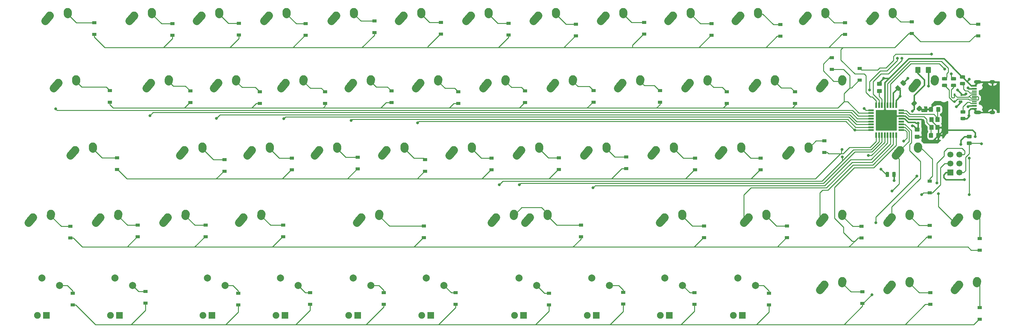
<source format=gbl>
G04 #@! TF.GenerationSoftware,KiCad,Pcbnew,(5.1.4-0-10_14)*
G04 #@! TF.CreationDate,2020-01-19T01:37:33+09:00*
G04 #@! TF.ProjectId,dombrick60d,646f6d62-7269-4636-9b36-30642e6b6963,rev?*
G04 #@! TF.SameCoordinates,Original*
G04 #@! TF.FileFunction,Copper,L2,Bot*
G04 #@! TF.FilePolarity,Positive*
%FSLAX46Y46*%
G04 Gerber Fmt 4.6, Leading zero omitted, Abs format (unit mm)*
G04 Created by KiCad (PCBNEW (5.1.4-0-10_14)) date 2020-01-19 01:37:33*
%MOMM*%
%LPD*%
G04 APERTURE LIST*
%ADD10C,2.250000*%
%ADD11C,2.250000*%
%ADD12R,1.200000X0.900000*%
%ADD13C,0.100000*%
%ADD14C,1.150000*%
%ADD15R,1.000000X0.700000*%
%ADD16R,0.600000X0.700000*%
%ADD17C,0.975000*%
%ADD18R,1.200000X1.400000*%
%ADD19R,1.450000X0.600000*%
%ADD20R,1.450000X0.300000*%
%ADD21O,2.100000X1.000000*%
%ADD22O,1.600000X1.000000*%
%ADD23R,0.550000X1.600000*%
%ADD24R,1.600000X0.550000*%
%ADD25R,1.905000X1.905000*%
%ADD26C,1.905000*%
%ADD27C,2.000000*%
%ADD28R,1.700000X1.700000*%
%ADD29C,1.700000*%
%ADD30C,1.425000*%
%ADD31C,0.800000*%
%ADD32C,0.254000*%
%ADD33C,0.381000*%
G04 APERTURE END LIST*
D10*
X268962500Y-29337500D03*
X268307501Y-30067500D03*
D11*
X267652500Y-30797500D02*
X268962502Y-29337500D01*
D10*
X274002500Y-28257500D03*
X273982500Y-28547500D03*
D11*
X273962500Y-28837500D02*
X274002500Y-28257500D01*
D12*
X298196000Y-31751000D03*
X298196000Y-35051000D03*
D10*
X288012500Y-29337500D03*
X287357501Y-30067500D03*
D11*
X286702500Y-30797500D02*
X288012502Y-29337500D01*
D10*
X293052500Y-28257500D03*
X293032500Y-28547500D03*
D11*
X293012500Y-28837500D02*
X293052500Y-28257500D01*
D13*
G36*
X285192505Y-62547204D02*
G01*
X285216773Y-62550804D01*
X285240572Y-62556765D01*
X285263671Y-62565030D01*
X285285850Y-62575520D01*
X285306893Y-62588132D01*
X285326599Y-62602747D01*
X285344777Y-62619223D01*
X285361253Y-62637401D01*
X285375868Y-62657107D01*
X285388480Y-62678150D01*
X285398970Y-62700329D01*
X285407235Y-62723428D01*
X285413196Y-62747227D01*
X285416796Y-62771495D01*
X285418000Y-62795999D01*
X285418000Y-63696001D01*
X285416796Y-63720505D01*
X285413196Y-63744773D01*
X285407235Y-63768572D01*
X285398970Y-63791671D01*
X285388480Y-63813850D01*
X285375868Y-63834893D01*
X285361253Y-63854599D01*
X285344777Y-63872777D01*
X285326599Y-63889253D01*
X285306893Y-63903868D01*
X285285850Y-63916480D01*
X285263671Y-63926970D01*
X285240572Y-63935235D01*
X285216773Y-63941196D01*
X285192505Y-63944796D01*
X285168001Y-63946000D01*
X284517999Y-63946000D01*
X284493495Y-63944796D01*
X284469227Y-63941196D01*
X284445428Y-63935235D01*
X284422329Y-63926970D01*
X284400150Y-63916480D01*
X284379107Y-63903868D01*
X284359401Y-63889253D01*
X284341223Y-63872777D01*
X284324747Y-63854599D01*
X284310132Y-63834893D01*
X284297520Y-63813850D01*
X284287030Y-63791671D01*
X284278765Y-63768572D01*
X284272804Y-63744773D01*
X284269204Y-63720505D01*
X284268000Y-63696001D01*
X284268000Y-62795999D01*
X284269204Y-62771495D01*
X284272804Y-62747227D01*
X284278765Y-62723428D01*
X284287030Y-62700329D01*
X284297520Y-62678150D01*
X284310132Y-62657107D01*
X284324747Y-62637401D01*
X284341223Y-62619223D01*
X284359401Y-62602747D01*
X284379107Y-62588132D01*
X284400150Y-62575520D01*
X284422329Y-62565030D01*
X284445428Y-62556765D01*
X284469227Y-62550804D01*
X284493495Y-62547204D01*
X284517999Y-62546000D01*
X285168001Y-62546000D01*
X285192505Y-62547204D01*
X285192505Y-62547204D01*
G37*
D14*
X284843000Y-63246000D03*
D13*
G36*
X287242505Y-62547204D02*
G01*
X287266773Y-62550804D01*
X287290572Y-62556765D01*
X287313671Y-62565030D01*
X287335850Y-62575520D01*
X287356893Y-62588132D01*
X287376599Y-62602747D01*
X287394777Y-62619223D01*
X287411253Y-62637401D01*
X287425868Y-62657107D01*
X287438480Y-62678150D01*
X287448970Y-62700329D01*
X287457235Y-62723428D01*
X287463196Y-62747227D01*
X287466796Y-62771495D01*
X287468000Y-62795999D01*
X287468000Y-63696001D01*
X287466796Y-63720505D01*
X287463196Y-63744773D01*
X287457235Y-63768572D01*
X287448970Y-63791671D01*
X287438480Y-63813850D01*
X287425868Y-63834893D01*
X287411253Y-63854599D01*
X287394777Y-63872777D01*
X287376599Y-63889253D01*
X287356893Y-63903868D01*
X287335850Y-63916480D01*
X287313671Y-63926970D01*
X287290572Y-63935235D01*
X287266773Y-63941196D01*
X287242505Y-63944796D01*
X287218001Y-63946000D01*
X286567999Y-63946000D01*
X286543495Y-63944796D01*
X286519227Y-63941196D01*
X286495428Y-63935235D01*
X286472329Y-63926970D01*
X286450150Y-63916480D01*
X286429107Y-63903868D01*
X286409401Y-63889253D01*
X286391223Y-63872777D01*
X286374747Y-63854599D01*
X286360132Y-63834893D01*
X286347520Y-63813850D01*
X286337030Y-63791671D01*
X286328765Y-63768572D01*
X286322804Y-63744773D01*
X286319204Y-63720505D01*
X286318000Y-63696001D01*
X286318000Y-62795999D01*
X286319204Y-62771495D01*
X286322804Y-62747227D01*
X286328765Y-62723428D01*
X286337030Y-62700329D01*
X286347520Y-62678150D01*
X286360132Y-62657107D01*
X286374747Y-62637401D01*
X286391223Y-62619223D01*
X286409401Y-62602747D01*
X286429107Y-62588132D01*
X286450150Y-62575520D01*
X286472329Y-62565030D01*
X286495428Y-62556765D01*
X286519227Y-62550804D01*
X286543495Y-62547204D01*
X286567999Y-62546000D01*
X287218001Y-62546000D01*
X287242505Y-62547204D01*
X287242505Y-62547204D01*
G37*
D14*
X286893000Y-63246000D03*
D13*
G36*
X276923116Y-47590196D02*
G01*
X276947384Y-47593796D01*
X276971183Y-47599757D01*
X276994282Y-47608022D01*
X277016461Y-47618512D01*
X277037504Y-47631124D01*
X277057210Y-47645739D01*
X277075388Y-47662215D01*
X277711785Y-48298612D01*
X277728261Y-48316790D01*
X277742876Y-48336496D01*
X277755488Y-48357539D01*
X277765978Y-48379718D01*
X277774243Y-48402817D01*
X277780204Y-48426616D01*
X277783804Y-48450884D01*
X277785008Y-48475388D01*
X277783804Y-48499892D01*
X277780204Y-48524160D01*
X277774243Y-48547959D01*
X277765978Y-48571058D01*
X277755488Y-48593237D01*
X277742876Y-48614280D01*
X277728261Y-48633986D01*
X277711785Y-48652164D01*
X277252164Y-49111785D01*
X277233986Y-49128261D01*
X277214280Y-49142876D01*
X277193237Y-49155488D01*
X277171058Y-49165978D01*
X277147959Y-49174243D01*
X277124160Y-49180204D01*
X277099892Y-49183804D01*
X277075388Y-49185008D01*
X277050884Y-49183804D01*
X277026616Y-49180204D01*
X277002817Y-49174243D01*
X276979718Y-49165978D01*
X276957539Y-49155488D01*
X276936496Y-49142876D01*
X276916790Y-49128261D01*
X276898612Y-49111785D01*
X276262215Y-48475388D01*
X276245739Y-48457210D01*
X276231124Y-48437504D01*
X276218512Y-48416461D01*
X276208022Y-48394282D01*
X276199757Y-48371183D01*
X276193796Y-48347384D01*
X276190196Y-48323116D01*
X276188992Y-48298612D01*
X276190196Y-48274108D01*
X276193796Y-48249840D01*
X276199757Y-48226041D01*
X276208022Y-48202942D01*
X276218512Y-48180763D01*
X276231124Y-48159720D01*
X276245739Y-48140014D01*
X276262215Y-48121836D01*
X276721836Y-47662215D01*
X276740014Y-47645739D01*
X276759720Y-47631124D01*
X276780763Y-47618512D01*
X276802942Y-47608022D01*
X276826041Y-47599757D01*
X276849840Y-47593796D01*
X276874108Y-47590196D01*
X276898612Y-47588992D01*
X276923116Y-47590196D01*
X276923116Y-47590196D01*
G37*
D14*
X276987000Y-48387000D03*
D13*
G36*
X275473548Y-49039764D02*
G01*
X275497816Y-49043364D01*
X275521615Y-49049325D01*
X275544714Y-49057590D01*
X275566893Y-49068080D01*
X275587936Y-49080692D01*
X275607642Y-49095307D01*
X275625820Y-49111783D01*
X276262217Y-49748180D01*
X276278693Y-49766358D01*
X276293308Y-49786064D01*
X276305920Y-49807107D01*
X276316410Y-49829286D01*
X276324675Y-49852385D01*
X276330636Y-49876184D01*
X276334236Y-49900452D01*
X276335440Y-49924956D01*
X276334236Y-49949460D01*
X276330636Y-49973728D01*
X276324675Y-49997527D01*
X276316410Y-50020626D01*
X276305920Y-50042805D01*
X276293308Y-50063848D01*
X276278693Y-50083554D01*
X276262217Y-50101732D01*
X275802596Y-50561353D01*
X275784418Y-50577829D01*
X275764712Y-50592444D01*
X275743669Y-50605056D01*
X275721490Y-50615546D01*
X275698391Y-50623811D01*
X275674592Y-50629772D01*
X275650324Y-50633372D01*
X275625820Y-50634576D01*
X275601316Y-50633372D01*
X275577048Y-50629772D01*
X275553249Y-50623811D01*
X275530150Y-50615546D01*
X275507971Y-50605056D01*
X275486928Y-50592444D01*
X275467222Y-50577829D01*
X275449044Y-50561353D01*
X274812647Y-49924956D01*
X274796171Y-49906778D01*
X274781556Y-49887072D01*
X274768944Y-49866029D01*
X274758454Y-49843850D01*
X274750189Y-49820751D01*
X274744228Y-49796952D01*
X274740628Y-49772684D01*
X274739424Y-49748180D01*
X274740628Y-49723676D01*
X274744228Y-49699408D01*
X274750189Y-49675609D01*
X274758454Y-49652510D01*
X274768944Y-49630331D01*
X274781556Y-49609288D01*
X274796171Y-49589582D01*
X274812647Y-49571404D01*
X275272268Y-49111783D01*
X275290446Y-49095307D01*
X275310152Y-49080692D01*
X275331195Y-49068080D01*
X275353374Y-49057590D01*
X275376473Y-49049325D01*
X275400272Y-49043364D01*
X275424540Y-49039764D01*
X275449044Y-49038560D01*
X275473548Y-49039764D01*
X275473548Y-49039764D01*
G37*
D14*
X275537432Y-49836568D03*
D10*
X280868750Y-48387500D03*
X280213751Y-49117500D03*
D11*
X279558750Y-49847500D02*
X280868752Y-48387500D01*
D10*
X285908750Y-47307500D03*
X285888750Y-47597500D03*
D11*
X285868750Y-47887500D02*
X285908750Y-47307500D01*
D12*
X264668000Y-44324000D03*
X264668000Y-47624000D03*
D15*
X293231000Y-53705000D03*
D16*
X293431000Y-51705000D03*
X291531000Y-53705000D03*
X291531000Y-51705000D03*
D10*
X292775000Y-86487500D03*
X292120001Y-87217500D03*
D11*
X291465000Y-87947500D02*
X292775002Y-86487500D01*
D10*
X297815000Y-85407500D03*
X297795000Y-85697500D03*
D11*
X297775000Y-85987500D02*
X297815000Y-85407500D01*
D10*
X276106250Y-67437500D03*
X275451251Y-68167500D03*
D11*
X274796250Y-68897500D02*
X276106252Y-67437500D01*
D10*
X281146250Y-66357500D03*
X281126250Y-66647500D03*
D11*
X281106250Y-66937500D02*
X281146250Y-66357500D01*
D10*
X249912500Y-29337500D03*
X249257501Y-30067500D03*
D11*
X248602500Y-30797500D02*
X249912502Y-29337500D01*
D10*
X254952500Y-28257500D03*
X254932500Y-28547500D03*
D11*
X254912500Y-28837500D02*
X254952500Y-28257500D01*
D10*
X159425000Y-48387500D03*
X158770001Y-49117500D03*
D11*
X158115000Y-49847500D02*
X159425002Y-48387500D01*
D10*
X164465000Y-47307500D03*
X164445000Y-47597500D03*
D11*
X164425000Y-47887500D02*
X164465000Y-47307500D01*
D10*
X178475000Y-48387500D03*
X177820001Y-49117500D03*
D11*
X177165000Y-49847500D02*
X178475002Y-48387500D01*
D10*
X183515000Y-47307500D03*
X183495000Y-47597500D03*
D11*
X183475000Y-47887500D02*
X183515000Y-47307500D01*
D13*
G36*
X294358142Y-56107174D02*
G01*
X294381803Y-56110684D01*
X294405007Y-56116496D01*
X294427529Y-56124554D01*
X294449153Y-56134782D01*
X294469670Y-56147079D01*
X294488883Y-56161329D01*
X294506607Y-56177393D01*
X294522671Y-56195117D01*
X294536921Y-56214330D01*
X294549218Y-56234847D01*
X294559446Y-56256471D01*
X294567504Y-56278993D01*
X294573316Y-56302197D01*
X294576826Y-56325858D01*
X294578000Y-56349750D01*
X294578000Y-56837250D01*
X294576826Y-56861142D01*
X294573316Y-56884803D01*
X294567504Y-56908007D01*
X294559446Y-56930529D01*
X294549218Y-56952153D01*
X294536921Y-56972670D01*
X294522671Y-56991883D01*
X294506607Y-57009607D01*
X294488883Y-57025671D01*
X294469670Y-57039921D01*
X294449153Y-57052218D01*
X294427529Y-57062446D01*
X294405007Y-57070504D01*
X294381803Y-57076316D01*
X294358142Y-57079826D01*
X294334250Y-57081000D01*
X293421750Y-57081000D01*
X293397858Y-57079826D01*
X293374197Y-57076316D01*
X293350993Y-57070504D01*
X293328471Y-57062446D01*
X293306847Y-57052218D01*
X293286330Y-57039921D01*
X293267117Y-57025671D01*
X293249393Y-57009607D01*
X293233329Y-56991883D01*
X293219079Y-56972670D01*
X293206782Y-56952153D01*
X293196554Y-56930529D01*
X293188496Y-56908007D01*
X293182684Y-56884803D01*
X293179174Y-56861142D01*
X293178000Y-56837250D01*
X293178000Y-56349750D01*
X293179174Y-56325858D01*
X293182684Y-56302197D01*
X293188496Y-56278993D01*
X293196554Y-56256471D01*
X293206782Y-56234847D01*
X293219079Y-56214330D01*
X293233329Y-56195117D01*
X293249393Y-56177393D01*
X293267117Y-56161329D01*
X293286330Y-56147079D01*
X293306847Y-56134782D01*
X293328471Y-56124554D01*
X293350993Y-56116496D01*
X293374197Y-56110684D01*
X293397858Y-56107174D01*
X293421750Y-56106000D01*
X294334250Y-56106000D01*
X294358142Y-56107174D01*
X294358142Y-56107174D01*
G37*
D17*
X293878000Y-56593500D03*
D13*
G36*
X294358142Y-57982174D02*
G01*
X294381803Y-57985684D01*
X294405007Y-57991496D01*
X294427529Y-57999554D01*
X294449153Y-58009782D01*
X294469670Y-58022079D01*
X294488883Y-58036329D01*
X294506607Y-58052393D01*
X294522671Y-58070117D01*
X294536921Y-58089330D01*
X294549218Y-58109847D01*
X294559446Y-58131471D01*
X294567504Y-58153993D01*
X294573316Y-58177197D01*
X294576826Y-58200858D01*
X294578000Y-58224750D01*
X294578000Y-58712250D01*
X294576826Y-58736142D01*
X294573316Y-58759803D01*
X294567504Y-58783007D01*
X294559446Y-58805529D01*
X294549218Y-58827153D01*
X294536921Y-58847670D01*
X294522671Y-58866883D01*
X294506607Y-58884607D01*
X294488883Y-58900671D01*
X294469670Y-58914921D01*
X294449153Y-58927218D01*
X294427529Y-58937446D01*
X294405007Y-58945504D01*
X294381803Y-58951316D01*
X294358142Y-58954826D01*
X294334250Y-58956000D01*
X293421750Y-58956000D01*
X293397858Y-58954826D01*
X293374197Y-58951316D01*
X293350993Y-58945504D01*
X293328471Y-58937446D01*
X293306847Y-58927218D01*
X293286330Y-58914921D01*
X293267117Y-58900671D01*
X293249393Y-58884607D01*
X293233329Y-58866883D01*
X293219079Y-58847670D01*
X293206782Y-58827153D01*
X293196554Y-58805529D01*
X293188496Y-58783007D01*
X293182684Y-58759803D01*
X293179174Y-58736142D01*
X293178000Y-58712250D01*
X293178000Y-58224750D01*
X293179174Y-58200858D01*
X293182684Y-58177197D01*
X293188496Y-58153993D01*
X293196554Y-58131471D01*
X293206782Y-58109847D01*
X293219079Y-58089330D01*
X293233329Y-58070117D01*
X293249393Y-58052393D01*
X293267117Y-58036329D01*
X293286330Y-58022079D01*
X293306847Y-58009782D01*
X293328471Y-57999554D01*
X293350993Y-57991496D01*
X293374197Y-57985684D01*
X293397858Y-57982174D01*
X293421750Y-57981000D01*
X294334250Y-57981000D01*
X294358142Y-57982174D01*
X294358142Y-57982174D01*
G37*
D17*
X293878000Y-58468500D03*
D12*
X256794000Y-41277000D03*
X256794000Y-44577000D03*
D18*
X284988000Y-58801000D03*
X284988000Y-61001000D03*
X286688000Y-61001000D03*
X286688000Y-58801000D03*
D19*
X297105000Y-55676000D03*
X297105000Y-49226000D03*
X297105000Y-54901000D03*
X297105000Y-50001000D03*
D20*
X297105000Y-50701000D03*
X297105000Y-54201000D03*
X297105000Y-51201000D03*
X297105000Y-53701000D03*
X297105000Y-51701000D03*
X297105000Y-53201000D03*
X297105000Y-52701000D03*
X297105000Y-52201000D03*
D21*
X298020000Y-48131000D03*
X298020000Y-56771000D03*
D22*
X302200000Y-48131000D03*
X302200000Y-56771000D03*
D23*
X274961000Y-54678000D03*
X274161000Y-54678000D03*
X273361000Y-54678000D03*
X272561000Y-54678000D03*
X271761000Y-54678000D03*
X270961000Y-54678000D03*
X270161000Y-54678000D03*
X269361000Y-54678000D03*
D24*
X267911000Y-56128000D03*
X267911000Y-56928000D03*
X267911000Y-57728000D03*
X267911000Y-58528000D03*
X267911000Y-59328000D03*
X267911000Y-60128000D03*
X267911000Y-60928000D03*
X267911000Y-61728000D03*
D23*
X269361000Y-63178000D03*
X270161000Y-63178000D03*
X270961000Y-63178000D03*
X271761000Y-63178000D03*
X272561000Y-63178000D03*
X273361000Y-63178000D03*
X274161000Y-63178000D03*
X274961000Y-63178000D03*
D24*
X276411000Y-61728000D03*
X276411000Y-60928000D03*
X276411000Y-60128000D03*
X276411000Y-59328000D03*
X276411000Y-58528000D03*
X276411000Y-57728000D03*
X276411000Y-56928000D03*
X276411000Y-56128000D03*
D13*
G36*
X272761142Y-73596174D02*
G01*
X272784803Y-73599684D01*
X272808007Y-73605496D01*
X272830529Y-73613554D01*
X272852153Y-73623782D01*
X272872670Y-73636079D01*
X272891883Y-73650329D01*
X272909607Y-73666393D01*
X272925671Y-73684117D01*
X272939921Y-73703330D01*
X272952218Y-73723847D01*
X272962446Y-73745471D01*
X272970504Y-73767993D01*
X272976316Y-73791197D01*
X272979826Y-73814858D01*
X272981000Y-73838750D01*
X272981000Y-74751250D01*
X272979826Y-74775142D01*
X272976316Y-74798803D01*
X272970504Y-74822007D01*
X272962446Y-74844529D01*
X272952218Y-74866153D01*
X272939921Y-74886670D01*
X272925671Y-74905883D01*
X272909607Y-74923607D01*
X272891883Y-74939671D01*
X272872670Y-74953921D01*
X272852153Y-74966218D01*
X272830529Y-74976446D01*
X272808007Y-74984504D01*
X272784803Y-74990316D01*
X272761142Y-74993826D01*
X272737250Y-74995000D01*
X272249750Y-74995000D01*
X272225858Y-74993826D01*
X272202197Y-74990316D01*
X272178993Y-74984504D01*
X272156471Y-74976446D01*
X272134847Y-74966218D01*
X272114330Y-74953921D01*
X272095117Y-74939671D01*
X272077393Y-74923607D01*
X272061329Y-74905883D01*
X272047079Y-74886670D01*
X272034782Y-74866153D01*
X272024554Y-74844529D01*
X272016496Y-74822007D01*
X272010684Y-74798803D01*
X272007174Y-74775142D01*
X272006000Y-74751250D01*
X272006000Y-73838750D01*
X272007174Y-73814858D01*
X272010684Y-73791197D01*
X272016496Y-73767993D01*
X272024554Y-73745471D01*
X272034782Y-73723847D01*
X272047079Y-73703330D01*
X272061329Y-73684117D01*
X272077393Y-73666393D01*
X272095117Y-73650329D01*
X272114330Y-73636079D01*
X272134847Y-73623782D01*
X272156471Y-73613554D01*
X272178993Y-73605496D01*
X272202197Y-73599684D01*
X272225858Y-73596174D01*
X272249750Y-73595000D01*
X272737250Y-73595000D01*
X272761142Y-73596174D01*
X272761142Y-73596174D01*
G37*
D17*
X272493500Y-74295000D03*
D13*
G36*
X274636142Y-73596174D02*
G01*
X274659803Y-73599684D01*
X274683007Y-73605496D01*
X274705529Y-73613554D01*
X274727153Y-73623782D01*
X274747670Y-73636079D01*
X274766883Y-73650329D01*
X274784607Y-73666393D01*
X274800671Y-73684117D01*
X274814921Y-73703330D01*
X274827218Y-73723847D01*
X274837446Y-73745471D01*
X274845504Y-73767993D01*
X274851316Y-73791197D01*
X274854826Y-73814858D01*
X274856000Y-73838750D01*
X274856000Y-74751250D01*
X274854826Y-74775142D01*
X274851316Y-74798803D01*
X274845504Y-74822007D01*
X274837446Y-74844529D01*
X274827218Y-74866153D01*
X274814921Y-74886670D01*
X274800671Y-74905883D01*
X274784607Y-74923607D01*
X274766883Y-74939671D01*
X274747670Y-74953921D01*
X274727153Y-74966218D01*
X274705529Y-74976446D01*
X274683007Y-74984504D01*
X274659803Y-74990316D01*
X274636142Y-74993826D01*
X274612250Y-74995000D01*
X274124750Y-74995000D01*
X274100858Y-74993826D01*
X274077197Y-74990316D01*
X274053993Y-74984504D01*
X274031471Y-74976446D01*
X274009847Y-74966218D01*
X273989330Y-74953921D01*
X273970117Y-74939671D01*
X273952393Y-74923607D01*
X273936329Y-74905883D01*
X273922079Y-74886670D01*
X273909782Y-74866153D01*
X273899554Y-74844529D01*
X273891496Y-74822007D01*
X273885684Y-74798803D01*
X273882174Y-74775142D01*
X273881000Y-74751250D01*
X273881000Y-73838750D01*
X273882174Y-73814858D01*
X273885684Y-73791197D01*
X273891496Y-73767993D01*
X273899554Y-73745471D01*
X273909782Y-73723847D01*
X273922079Y-73703330D01*
X273936329Y-73684117D01*
X273952393Y-73666393D01*
X273970117Y-73650329D01*
X273989330Y-73636079D01*
X274009847Y-73623782D01*
X274031471Y-73613554D01*
X274053993Y-73605496D01*
X274077197Y-73599684D01*
X274100858Y-73596174D01*
X274124750Y-73595000D01*
X274612250Y-73595000D01*
X274636142Y-73596174D01*
X274636142Y-73596174D01*
G37*
D17*
X274368500Y-74295000D03*
D13*
G36*
X294231142Y-48076174D02*
G01*
X294254803Y-48079684D01*
X294278007Y-48085496D01*
X294300529Y-48093554D01*
X294322153Y-48103782D01*
X294342670Y-48116079D01*
X294361883Y-48130329D01*
X294379607Y-48146393D01*
X294395671Y-48164117D01*
X294409921Y-48183330D01*
X294422218Y-48203847D01*
X294432446Y-48225471D01*
X294440504Y-48247993D01*
X294446316Y-48271197D01*
X294449826Y-48294858D01*
X294451000Y-48318750D01*
X294451000Y-48806250D01*
X294449826Y-48830142D01*
X294446316Y-48853803D01*
X294440504Y-48877007D01*
X294432446Y-48899529D01*
X294422218Y-48921153D01*
X294409921Y-48941670D01*
X294395671Y-48960883D01*
X294379607Y-48978607D01*
X294361883Y-48994671D01*
X294342670Y-49008921D01*
X294322153Y-49021218D01*
X294300529Y-49031446D01*
X294278007Y-49039504D01*
X294254803Y-49045316D01*
X294231142Y-49048826D01*
X294207250Y-49050000D01*
X293294750Y-49050000D01*
X293270858Y-49048826D01*
X293247197Y-49045316D01*
X293223993Y-49039504D01*
X293201471Y-49031446D01*
X293179847Y-49021218D01*
X293159330Y-49008921D01*
X293140117Y-48994671D01*
X293122393Y-48978607D01*
X293106329Y-48960883D01*
X293092079Y-48941670D01*
X293079782Y-48921153D01*
X293069554Y-48899529D01*
X293061496Y-48877007D01*
X293055684Y-48853803D01*
X293052174Y-48830142D01*
X293051000Y-48806250D01*
X293051000Y-48318750D01*
X293052174Y-48294858D01*
X293055684Y-48271197D01*
X293061496Y-48247993D01*
X293069554Y-48225471D01*
X293079782Y-48203847D01*
X293092079Y-48183330D01*
X293106329Y-48164117D01*
X293122393Y-48146393D01*
X293140117Y-48130329D01*
X293159330Y-48116079D01*
X293179847Y-48103782D01*
X293201471Y-48093554D01*
X293223993Y-48085496D01*
X293247197Y-48079684D01*
X293270858Y-48076174D01*
X293294750Y-48075000D01*
X294207250Y-48075000D01*
X294231142Y-48076174D01*
X294231142Y-48076174D01*
G37*
D17*
X293751000Y-48562500D03*
D13*
G36*
X294231142Y-46201174D02*
G01*
X294254803Y-46204684D01*
X294278007Y-46210496D01*
X294300529Y-46218554D01*
X294322153Y-46228782D01*
X294342670Y-46241079D01*
X294361883Y-46255329D01*
X294379607Y-46271393D01*
X294395671Y-46289117D01*
X294409921Y-46308330D01*
X294422218Y-46328847D01*
X294432446Y-46350471D01*
X294440504Y-46372993D01*
X294446316Y-46396197D01*
X294449826Y-46419858D01*
X294451000Y-46443750D01*
X294451000Y-46931250D01*
X294449826Y-46955142D01*
X294446316Y-46978803D01*
X294440504Y-47002007D01*
X294432446Y-47024529D01*
X294422218Y-47046153D01*
X294409921Y-47066670D01*
X294395671Y-47085883D01*
X294379607Y-47103607D01*
X294361883Y-47119671D01*
X294342670Y-47133921D01*
X294322153Y-47146218D01*
X294300529Y-47156446D01*
X294278007Y-47164504D01*
X294254803Y-47170316D01*
X294231142Y-47173826D01*
X294207250Y-47175000D01*
X293294750Y-47175000D01*
X293270858Y-47173826D01*
X293247197Y-47170316D01*
X293223993Y-47164504D01*
X293201471Y-47156446D01*
X293179847Y-47146218D01*
X293159330Y-47133921D01*
X293140117Y-47119671D01*
X293122393Y-47103607D01*
X293106329Y-47085883D01*
X293092079Y-47066670D01*
X293079782Y-47046153D01*
X293069554Y-47024529D01*
X293061496Y-47002007D01*
X293055684Y-46978803D01*
X293052174Y-46955142D01*
X293051000Y-46931250D01*
X293051000Y-46443750D01*
X293052174Y-46419858D01*
X293055684Y-46396197D01*
X293061496Y-46372993D01*
X293069554Y-46350471D01*
X293079782Y-46328847D01*
X293092079Y-46308330D01*
X293106329Y-46289117D01*
X293122393Y-46271393D01*
X293140117Y-46255329D01*
X293159330Y-46241079D01*
X293179847Y-46228782D01*
X293201471Y-46218554D01*
X293223993Y-46210496D01*
X293247197Y-46204684D01*
X293270858Y-46201174D01*
X293294750Y-46200000D01*
X294207250Y-46200000D01*
X294231142Y-46201174D01*
X294231142Y-46201174D01*
G37*
D17*
X293751000Y-46687500D03*
D13*
G36*
X291691142Y-46709174D02*
G01*
X291714803Y-46712684D01*
X291738007Y-46718496D01*
X291760529Y-46726554D01*
X291782153Y-46736782D01*
X291802670Y-46749079D01*
X291821883Y-46763329D01*
X291839607Y-46779393D01*
X291855671Y-46797117D01*
X291869921Y-46816330D01*
X291882218Y-46836847D01*
X291892446Y-46858471D01*
X291900504Y-46880993D01*
X291906316Y-46904197D01*
X291909826Y-46927858D01*
X291911000Y-46951750D01*
X291911000Y-47439250D01*
X291909826Y-47463142D01*
X291906316Y-47486803D01*
X291900504Y-47510007D01*
X291892446Y-47532529D01*
X291882218Y-47554153D01*
X291869921Y-47574670D01*
X291855671Y-47593883D01*
X291839607Y-47611607D01*
X291821883Y-47627671D01*
X291802670Y-47641921D01*
X291782153Y-47654218D01*
X291760529Y-47664446D01*
X291738007Y-47672504D01*
X291714803Y-47678316D01*
X291691142Y-47681826D01*
X291667250Y-47683000D01*
X290754750Y-47683000D01*
X290730858Y-47681826D01*
X290707197Y-47678316D01*
X290683993Y-47672504D01*
X290661471Y-47664446D01*
X290639847Y-47654218D01*
X290619330Y-47641921D01*
X290600117Y-47627671D01*
X290582393Y-47611607D01*
X290566329Y-47593883D01*
X290552079Y-47574670D01*
X290539782Y-47554153D01*
X290529554Y-47532529D01*
X290521496Y-47510007D01*
X290515684Y-47486803D01*
X290512174Y-47463142D01*
X290511000Y-47439250D01*
X290511000Y-46951750D01*
X290512174Y-46927858D01*
X290515684Y-46904197D01*
X290521496Y-46880993D01*
X290529554Y-46858471D01*
X290539782Y-46836847D01*
X290552079Y-46816330D01*
X290566329Y-46797117D01*
X290582393Y-46779393D01*
X290600117Y-46763329D01*
X290619330Y-46749079D01*
X290639847Y-46736782D01*
X290661471Y-46726554D01*
X290683993Y-46718496D01*
X290707197Y-46712684D01*
X290730858Y-46709174D01*
X290754750Y-46708000D01*
X291667250Y-46708000D01*
X291691142Y-46709174D01*
X291691142Y-46709174D01*
G37*
D17*
X291211000Y-47195500D03*
D13*
G36*
X291691142Y-48584174D02*
G01*
X291714803Y-48587684D01*
X291738007Y-48593496D01*
X291760529Y-48601554D01*
X291782153Y-48611782D01*
X291802670Y-48624079D01*
X291821883Y-48638329D01*
X291839607Y-48654393D01*
X291855671Y-48672117D01*
X291869921Y-48691330D01*
X291882218Y-48711847D01*
X291892446Y-48733471D01*
X291900504Y-48755993D01*
X291906316Y-48779197D01*
X291909826Y-48802858D01*
X291911000Y-48826750D01*
X291911000Y-49314250D01*
X291909826Y-49338142D01*
X291906316Y-49361803D01*
X291900504Y-49385007D01*
X291892446Y-49407529D01*
X291882218Y-49429153D01*
X291869921Y-49449670D01*
X291855671Y-49468883D01*
X291839607Y-49486607D01*
X291821883Y-49502671D01*
X291802670Y-49516921D01*
X291782153Y-49529218D01*
X291760529Y-49539446D01*
X291738007Y-49547504D01*
X291714803Y-49553316D01*
X291691142Y-49556826D01*
X291667250Y-49558000D01*
X290754750Y-49558000D01*
X290730858Y-49556826D01*
X290707197Y-49553316D01*
X290683993Y-49547504D01*
X290661471Y-49539446D01*
X290639847Y-49529218D01*
X290619330Y-49516921D01*
X290600117Y-49502671D01*
X290582393Y-49486607D01*
X290566329Y-49468883D01*
X290552079Y-49449670D01*
X290539782Y-49429153D01*
X290529554Y-49407529D01*
X290521496Y-49385007D01*
X290515684Y-49361803D01*
X290512174Y-49338142D01*
X290511000Y-49314250D01*
X290511000Y-48826750D01*
X290512174Y-48802858D01*
X290515684Y-48779197D01*
X290521496Y-48755993D01*
X290529554Y-48733471D01*
X290539782Y-48711847D01*
X290552079Y-48691330D01*
X290566329Y-48672117D01*
X290582393Y-48654393D01*
X290600117Y-48638329D01*
X290619330Y-48624079D01*
X290639847Y-48611782D01*
X290661471Y-48601554D01*
X290683993Y-48593496D01*
X290707197Y-48587684D01*
X290730858Y-48584174D01*
X290754750Y-48583000D01*
X291667250Y-48583000D01*
X291691142Y-48584174D01*
X291691142Y-48584174D01*
G37*
D17*
X291211000Y-49070500D03*
D13*
G36*
X289151142Y-46709174D02*
G01*
X289174803Y-46712684D01*
X289198007Y-46718496D01*
X289220529Y-46726554D01*
X289242153Y-46736782D01*
X289262670Y-46749079D01*
X289281883Y-46763329D01*
X289299607Y-46779393D01*
X289315671Y-46797117D01*
X289329921Y-46816330D01*
X289342218Y-46836847D01*
X289352446Y-46858471D01*
X289360504Y-46880993D01*
X289366316Y-46904197D01*
X289369826Y-46927858D01*
X289371000Y-46951750D01*
X289371000Y-47439250D01*
X289369826Y-47463142D01*
X289366316Y-47486803D01*
X289360504Y-47510007D01*
X289352446Y-47532529D01*
X289342218Y-47554153D01*
X289329921Y-47574670D01*
X289315671Y-47593883D01*
X289299607Y-47611607D01*
X289281883Y-47627671D01*
X289262670Y-47641921D01*
X289242153Y-47654218D01*
X289220529Y-47664446D01*
X289198007Y-47672504D01*
X289174803Y-47678316D01*
X289151142Y-47681826D01*
X289127250Y-47683000D01*
X288214750Y-47683000D01*
X288190858Y-47681826D01*
X288167197Y-47678316D01*
X288143993Y-47672504D01*
X288121471Y-47664446D01*
X288099847Y-47654218D01*
X288079330Y-47641921D01*
X288060117Y-47627671D01*
X288042393Y-47611607D01*
X288026329Y-47593883D01*
X288012079Y-47574670D01*
X287999782Y-47554153D01*
X287989554Y-47532529D01*
X287981496Y-47510007D01*
X287975684Y-47486803D01*
X287972174Y-47463142D01*
X287971000Y-47439250D01*
X287971000Y-46951750D01*
X287972174Y-46927858D01*
X287975684Y-46904197D01*
X287981496Y-46880993D01*
X287989554Y-46858471D01*
X287999782Y-46836847D01*
X288012079Y-46816330D01*
X288026329Y-46797117D01*
X288042393Y-46779393D01*
X288060117Y-46763329D01*
X288079330Y-46749079D01*
X288099847Y-46736782D01*
X288121471Y-46726554D01*
X288143993Y-46718496D01*
X288167197Y-46712684D01*
X288190858Y-46709174D01*
X288214750Y-46708000D01*
X289127250Y-46708000D01*
X289151142Y-46709174D01*
X289151142Y-46709174D01*
G37*
D17*
X288671000Y-47195500D03*
D13*
G36*
X289151142Y-48584174D02*
G01*
X289174803Y-48587684D01*
X289198007Y-48593496D01*
X289220529Y-48601554D01*
X289242153Y-48611782D01*
X289262670Y-48624079D01*
X289281883Y-48638329D01*
X289299607Y-48654393D01*
X289315671Y-48672117D01*
X289329921Y-48691330D01*
X289342218Y-48711847D01*
X289352446Y-48733471D01*
X289360504Y-48755993D01*
X289366316Y-48779197D01*
X289369826Y-48802858D01*
X289371000Y-48826750D01*
X289371000Y-49314250D01*
X289369826Y-49338142D01*
X289366316Y-49361803D01*
X289360504Y-49385007D01*
X289352446Y-49407529D01*
X289342218Y-49429153D01*
X289329921Y-49449670D01*
X289315671Y-49468883D01*
X289299607Y-49486607D01*
X289281883Y-49502671D01*
X289262670Y-49516921D01*
X289242153Y-49529218D01*
X289220529Y-49539446D01*
X289198007Y-49547504D01*
X289174803Y-49553316D01*
X289151142Y-49556826D01*
X289127250Y-49558000D01*
X288214750Y-49558000D01*
X288190858Y-49556826D01*
X288167197Y-49553316D01*
X288143993Y-49547504D01*
X288121471Y-49539446D01*
X288099847Y-49529218D01*
X288079330Y-49516921D01*
X288060117Y-49502671D01*
X288042393Y-49486607D01*
X288026329Y-49468883D01*
X288012079Y-49449670D01*
X287999782Y-49429153D01*
X287989554Y-49407529D01*
X287981496Y-49385007D01*
X287975684Y-49361803D01*
X287972174Y-49338142D01*
X287971000Y-49314250D01*
X287971000Y-48826750D01*
X287972174Y-48802858D01*
X287975684Y-48779197D01*
X287981496Y-48755993D01*
X287989554Y-48733471D01*
X287999782Y-48711847D01*
X288012079Y-48691330D01*
X288026329Y-48672117D01*
X288042393Y-48654393D01*
X288060117Y-48638329D01*
X288079330Y-48624079D01*
X288099847Y-48611782D01*
X288121471Y-48601554D01*
X288143993Y-48593496D01*
X288167197Y-48587684D01*
X288190858Y-48584174D01*
X288214750Y-48583000D01*
X289127250Y-48583000D01*
X289151142Y-48584174D01*
X289151142Y-48584174D01*
G37*
D17*
X288671000Y-49070500D03*
D13*
G36*
X296136142Y-64967174D02*
G01*
X296159803Y-64970684D01*
X296183007Y-64976496D01*
X296205529Y-64984554D01*
X296227153Y-64994782D01*
X296247670Y-65007079D01*
X296266883Y-65021329D01*
X296284607Y-65037393D01*
X296300671Y-65055117D01*
X296314921Y-65074330D01*
X296327218Y-65094847D01*
X296337446Y-65116471D01*
X296345504Y-65138993D01*
X296351316Y-65162197D01*
X296354826Y-65185858D01*
X296356000Y-65209750D01*
X296356000Y-65697250D01*
X296354826Y-65721142D01*
X296351316Y-65744803D01*
X296345504Y-65768007D01*
X296337446Y-65790529D01*
X296327218Y-65812153D01*
X296314921Y-65832670D01*
X296300671Y-65851883D01*
X296284607Y-65869607D01*
X296266883Y-65885671D01*
X296247670Y-65899921D01*
X296227153Y-65912218D01*
X296205529Y-65922446D01*
X296183007Y-65930504D01*
X296159803Y-65936316D01*
X296136142Y-65939826D01*
X296112250Y-65941000D01*
X295199750Y-65941000D01*
X295175858Y-65939826D01*
X295152197Y-65936316D01*
X295128993Y-65930504D01*
X295106471Y-65922446D01*
X295084847Y-65912218D01*
X295064330Y-65899921D01*
X295045117Y-65885671D01*
X295027393Y-65869607D01*
X295011329Y-65851883D01*
X294997079Y-65832670D01*
X294984782Y-65812153D01*
X294974554Y-65790529D01*
X294966496Y-65768007D01*
X294960684Y-65744803D01*
X294957174Y-65721142D01*
X294956000Y-65697250D01*
X294956000Y-65209750D01*
X294957174Y-65185858D01*
X294960684Y-65162197D01*
X294966496Y-65138993D01*
X294974554Y-65116471D01*
X294984782Y-65094847D01*
X294997079Y-65074330D01*
X295011329Y-65055117D01*
X295027393Y-65037393D01*
X295045117Y-65021329D01*
X295064330Y-65007079D01*
X295084847Y-64994782D01*
X295106471Y-64984554D01*
X295128993Y-64976496D01*
X295152197Y-64970684D01*
X295175858Y-64967174D01*
X295199750Y-64966000D01*
X296112250Y-64966000D01*
X296136142Y-64967174D01*
X296136142Y-64967174D01*
G37*
D17*
X295656000Y-65453500D03*
D13*
G36*
X296136142Y-63092174D02*
G01*
X296159803Y-63095684D01*
X296183007Y-63101496D01*
X296205529Y-63109554D01*
X296227153Y-63119782D01*
X296247670Y-63132079D01*
X296266883Y-63146329D01*
X296284607Y-63162393D01*
X296300671Y-63180117D01*
X296314921Y-63199330D01*
X296327218Y-63219847D01*
X296337446Y-63241471D01*
X296345504Y-63263993D01*
X296351316Y-63287197D01*
X296354826Y-63310858D01*
X296356000Y-63334750D01*
X296356000Y-63822250D01*
X296354826Y-63846142D01*
X296351316Y-63869803D01*
X296345504Y-63893007D01*
X296337446Y-63915529D01*
X296327218Y-63937153D01*
X296314921Y-63957670D01*
X296300671Y-63976883D01*
X296284607Y-63994607D01*
X296266883Y-64010671D01*
X296247670Y-64024921D01*
X296227153Y-64037218D01*
X296205529Y-64047446D01*
X296183007Y-64055504D01*
X296159803Y-64061316D01*
X296136142Y-64064826D01*
X296112250Y-64066000D01*
X295199750Y-64066000D01*
X295175858Y-64064826D01*
X295152197Y-64061316D01*
X295128993Y-64055504D01*
X295106471Y-64047446D01*
X295084847Y-64037218D01*
X295064330Y-64024921D01*
X295045117Y-64010671D01*
X295027393Y-63994607D01*
X295011329Y-63976883D01*
X294997079Y-63957670D01*
X294984782Y-63937153D01*
X294974554Y-63915529D01*
X294966496Y-63893007D01*
X294960684Y-63869803D01*
X294957174Y-63846142D01*
X294956000Y-63822250D01*
X294956000Y-63334750D01*
X294957174Y-63310858D01*
X294960684Y-63287197D01*
X294966496Y-63263993D01*
X294974554Y-63241471D01*
X294984782Y-63219847D01*
X294997079Y-63199330D01*
X295011329Y-63180117D01*
X295027393Y-63162393D01*
X295045117Y-63146329D01*
X295064330Y-63132079D01*
X295084847Y-63119782D01*
X295106471Y-63109554D01*
X295128993Y-63101496D01*
X295152197Y-63095684D01*
X295175858Y-63092174D01*
X295199750Y-63091000D01*
X296112250Y-63091000D01*
X296136142Y-63092174D01*
X296136142Y-63092174D01*
G37*
D17*
X295656000Y-63578500D03*
D10*
X161806250Y-86487500D03*
X161151251Y-87217500D03*
D11*
X160496250Y-87947500D02*
X161806252Y-86487500D01*
D10*
X166846250Y-85407500D03*
X166826250Y-85697500D03*
D11*
X166806250Y-85987500D02*
X166846250Y-85407500D01*
D10*
X292775000Y-105537500D03*
X292120001Y-106267500D03*
D11*
X291465000Y-106997500D02*
X292775002Y-105537500D01*
D10*
X297815000Y-104457500D03*
X297795000Y-104747500D03*
D11*
X297775000Y-105037500D02*
X297815000Y-104457500D01*
D10*
X273725000Y-105537500D03*
X273070001Y-106267500D03*
D11*
X272415000Y-106997500D02*
X273725002Y-105537500D01*
D10*
X278765000Y-104457500D03*
X278745000Y-104747500D03*
D11*
X278725000Y-105037500D02*
X278765000Y-104457500D01*
D10*
X254675000Y-105537500D03*
X254020001Y-106267500D03*
D11*
X253365000Y-106997500D02*
X254675002Y-105537500D01*
D10*
X259715000Y-104457500D03*
X259695000Y-104747500D03*
D11*
X259675000Y-105037500D02*
X259715000Y-104457500D01*
D25*
X231457500Y-114237500D03*
D26*
X228917500Y-114237500D03*
D27*
X235187500Y-105737500D03*
X230187500Y-103637500D03*
D25*
X210820000Y-114237500D03*
D26*
X208280000Y-114237500D03*
D27*
X214550000Y-105737500D03*
X209550000Y-103637500D03*
D25*
X190182500Y-114237500D03*
D26*
X187642500Y-114237500D03*
D27*
X193912500Y-105737500D03*
X188912500Y-103637500D03*
D25*
X169545000Y-114237500D03*
D26*
X167005000Y-114237500D03*
D27*
X173275000Y-105737500D03*
X168275000Y-103637500D03*
D25*
X143351250Y-114237500D03*
D26*
X140811250Y-114237500D03*
D27*
X147081250Y-105737500D03*
X142081250Y-103637500D03*
D25*
X122713750Y-114237500D03*
D26*
X120173750Y-114237500D03*
D27*
X126443750Y-105737500D03*
X121443750Y-103637500D03*
D25*
X102076250Y-114237500D03*
D26*
X99536250Y-114237500D03*
D27*
X105806250Y-105737500D03*
X100806250Y-103637500D03*
D25*
X81438750Y-114237500D03*
D26*
X78898750Y-114237500D03*
D27*
X85168750Y-105737500D03*
X80168750Y-103637500D03*
D25*
X55245000Y-114237500D03*
D26*
X52705000Y-114237500D03*
D27*
X58975000Y-105737500D03*
X53975000Y-103637500D03*
D25*
X34607500Y-114237500D03*
D26*
X32067500Y-114237500D03*
D27*
X38337500Y-105737500D03*
X33337500Y-103637500D03*
D10*
X273725000Y-86487500D03*
X273070001Y-87217500D03*
D11*
X272415000Y-87947500D02*
X273725002Y-86487500D01*
D10*
X278765000Y-85407500D03*
X278745000Y-85697500D03*
D11*
X278725000Y-85987500D02*
X278765000Y-85407500D01*
D10*
X254675000Y-86487500D03*
X254020001Y-87217500D03*
D11*
X253365000Y-87947500D02*
X254675002Y-86487500D01*
D10*
X259715000Y-85407500D03*
X259695000Y-85697500D03*
D11*
X259675000Y-85987500D02*
X259715000Y-85407500D01*
D10*
X233243750Y-86487500D03*
X232588751Y-87217500D03*
D11*
X231933750Y-87947500D02*
X233243752Y-86487500D01*
D10*
X238283750Y-85407500D03*
X238263750Y-85697500D03*
D11*
X238243750Y-85987500D02*
X238283750Y-85407500D01*
D10*
X209431250Y-86487500D03*
X208776251Y-87217500D03*
D11*
X208121250Y-87947500D02*
X209431252Y-86487500D01*
D10*
X214471250Y-85407500D03*
X214451250Y-85697500D03*
D11*
X214431250Y-85987500D02*
X214471250Y-85407500D01*
D10*
X171331250Y-86487500D03*
X170676251Y-87217500D03*
D11*
X170021250Y-87947500D02*
X171331252Y-86487500D01*
D10*
X176371250Y-85407500D03*
X176351250Y-85697500D03*
D11*
X176331250Y-85987500D02*
X176371250Y-85407500D01*
D10*
X123706250Y-86487500D03*
X123051251Y-87217500D03*
D11*
X122396250Y-87947500D02*
X123706252Y-86487500D01*
D10*
X128746250Y-85407500D03*
X128726250Y-85697500D03*
D11*
X128706250Y-85987500D02*
X128746250Y-85407500D01*
D10*
X90368750Y-86487500D03*
X89713751Y-87217500D03*
D11*
X89058750Y-87947500D02*
X90368752Y-86487500D01*
D10*
X95408750Y-85407500D03*
X95388750Y-85697500D03*
D11*
X95368750Y-85987500D02*
X95408750Y-85407500D01*
D10*
X68937500Y-86487500D03*
X68282501Y-87217500D03*
D11*
X67627500Y-87947500D02*
X68937502Y-86487500D01*
D10*
X73977500Y-85407500D03*
X73957500Y-85697500D03*
D11*
X73937500Y-85987500D02*
X73977500Y-85407500D01*
D10*
X49887500Y-86487500D03*
X49232501Y-87217500D03*
D11*
X48577500Y-87947500D02*
X49887502Y-86487500D01*
D10*
X54927500Y-85407500D03*
X54907500Y-85697500D03*
D11*
X54887500Y-85987500D02*
X54927500Y-85407500D01*
D10*
X30837500Y-86487500D03*
X30182501Y-87217500D03*
D11*
X29527500Y-87947500D02*
X30837502Y-86487500D01*
D10*
X35877500Y-85407500D03*
X35857500Y-85697500D03*
D11*
X35837500Y-85987500D02*
X35877500Y-85407500D01*
D10*
X245150000Y-67437500D03*
X244495001Y-68167500D03*
D11*
X243840000Y-68897500D02*
X245150002Y-67437500D01*
D10*
X250190000Y-66357500D03*
X250170000Y-66647500D03*
D11*
X250150000Y-66937500D02*
X250190000Y-66357500D01*
D10*
X226100000Y-67437500D03*
X225445001Y-68167500D03*
D11*
X224790000Y-68897500D02*
X226100002Y-67437500D01*
D10*
X231140000Y-66357500D03*
X231120000Y-66647500D03*
D11*
X231100000Y-66937500D02*
X231140000Y-66357500D01*
D10*
X207050000Y-67437500D03*
X206395001Y-68167500D03*
D11*
X205740000Y-68897500D02*
X207050002Y-67437500D01*
D10*
X212090000Y-66357500D03*
X212070000Y-66647500D03*
D11*
X212050000Y-66937500D02*
X212090000Y-66357500D01*
D10*
X188000000Y-67437500D03*
X187345001Y-68167500D03*
D11*
X186690000Y-68897500D02*
X188000002Y-67437500D01*
D10*
X193040000Y-66357500D03*
X193020000Y-66647500D03*
D11*
X193000000Y-66937500D02*
X193040000Y-66357500D01*
D10*
X168950000Y-67437500D03*
X168295001Y-68167500D03*
D11*
X167640000Y-68897500D02*
X168950002Y-67437500D01*
D10*
X173990000Y-66357500D03*
X173970000Y-66647500D03*
D11*
X173950000Y-66937500D02*
X173990000Y-66357500D01*
D10*
X149900000Y-67437500D03*
X149245001Y-68167500D03*
D11*
X148590000Y-68897500D02*
X149900002Y-67437500D01*
D10*
X154940000Y-66357500D03*
X154920000Y-66647500D03*
D11*
X154900000Y-66937500D02*
X154940000Y-66357500D01*
D10*
X130850000Y-67437500D03*
X130195001Y-68167500D03*
D11*
X129540000Y-68897500D02*
X130850002Y-67437500D01*
D10*
X135890000Y-66357500D03*
X135870000Y-66647500D03*
D11*
X135850000Y-66937500D02*
X135890000Y-66357500D01*
D10*
X111800000Y-67437500D03*
X111145001Y-68167500D03*
D11*
X110490000Y-68897500D02*
X111800002Y-67437500D01*
D10*
X116840000Y-66357500D03*
X116820000Y-66647500D03*
D11*
X116800000Y-66937500D02*
X116840000Y-66357500D01*
D10*
X92750000Y-67437500D03*
X92095001Y-68167500D03*
D11*
X91440000Y-68897500D02*
X92750002Y-67437500D01*
D10*
X97790000Y-66357500D03*
X97770000Y-66647500D03*
D11*
X97750000Y-66937500D02*
X97790000Y-66357500D01*
D10*
X73700000Y-67437500D03*
X73045001Y-68167500D03*
D11*
X72390000Y-68897500D02*
X73700002Y-67437500D01*
D10*
X78740000Y-66357500D03*
X78720000Y-66647500D03*
D11*
X78700000Y-66937500D02*
X78740000Y-66357500D01*
D10*
X42743750Y-67437500D03*
X42088751Y-68167500D03*
D11*
X41433750Y-68897500D02*
X42743752Y-67437500D01*
D10*
X47783750Y-66357500D03*
X47763750Y-66647500D03*
D11*
X47743750Y-66937500D02*
X47783750Y-66357500D01*
D10*
X254675000Y-48387500D03*
X254020001Y-49117500D03*
D11*
X253365000Y-49847500D02*
X254675002Y-48387500D01*
D10*
X259715000Y-47307500D03*
X259695000Y-47597500D03*
D11*
X259675000Y-47887500D02*
X259715000Y-47307500D01*
D10*
X235625000Y-48387500D03*
X234970001Y-49117500D03*
D11*
X234315000Y-49847500D02*
X235625002Y-48387500D01*
D10*
X240665000Y-47307500D03*
X240645000Y-47597500D03*
D11*
X240625000Y-47887500D02*
X240665000Y-47307500D01*
D10*
X216575000Y-48387500D03*
X215920001Y-49117500D03*
D11*
X215265000Y-49847500D02*
X216575002Y-48387500D01*
D10*
X221615000Y-47307500D03*
X221595000Y-47597500D03*
D11*
X221575000Y-47887500D02*
X221615000Y-47307500D01*
D10*
X197525000Y-48387500D03*
X196870001Y-49117500D03*
D11*
X196215000Y-49847500D02*
X197525002Y-48387500D01*
D10*
X202565000Y-47307500D03*
X202545000Y-47597500D03*
D11*
X202525000Y-47887500D02*
X202565000Y-47307500D01*
D10*
X140375000Y-48387500D03*
X139720001Y-49117500D03*
D11*
X139065000Y-49847500D02*
X140375002Y-48387500D01*
D10*
X145415000Y-47307500D03*
X145395000Y-47597500D03*
D11*
X145375000Y-47887500D02*
X145415000Y-47307500D01*
D10*
X121325000Y-48387500D03*
X120670001Y-49117500D03*
D11*
X120015000Y-49847500D02*
X121325002Y-48387500D01*
D10*
X126365000Y-47307500D03*
X126345000Y-47597500D03*
D11*
X126325000Y-47887500D02*
X126365000Y-47307500D01*
D10*
X102275000Y-48387500D03*
X101620001Y-49117500D03*
D11*
X100965000Y-49847500D02*
X102275002Y-48387500D01*
D10*
X107315000Y-47307500D03*
X107295000Y-47597500D03*
D11*
X107275000Y-47887500D02*
X107315000Y-47307500D01*
D10*
X83225000Y-48387500D03*
X82570001Y-49117500D03*
D11*
X81915000Y-49847500D02*
X83225002Y-48387500D01*
D10*
X88265000Y-47307500D03*
X88245000Y-47597500D03*
D11*
X88225000Y-47887500D02*
X88265000Y-47307500D01*
D10*
X64175000Y-48387500D03*
X63520001Y-49117500D03*
D11*
X62865000Y-49847500D02*
X64175002Y-48387500D01*
D10*
X69215000Y-47307500D03*
X69195000Y-47597500D03*
D11*
X69175000Y-47887500D02*
X69215000Y-47307500D01*
D10*
X37981250Y-48387500D03*
X37326251Y-49117500D03*
D11*
X36671250Y-49847500D02*
X37981252Y-48387500D01*
D10*
X43021250Y-47307500D03*
X43001250Y-47597500D03*
D11*
X42981250Y-47887500D02*
X43021250Y-47307500D01*
D10*
X230862500Y-29337500D03*
X230207501Y-30067500D03*
D11*
X229552500Y-30797500D02*
X230862502Y-29337500D01*
D10*
X235902500Y-28257500D03*
X235882500Y-28547500D03*
D11*
X235862500Y-28837500D02*
X235902500Y-28257500D01*
D10*
X211812500Y-29337500D03*
X211157501Y-30067500D03*
D11*
X210502500Y-30797500D02*
X211812502Y-29337500D01*
D10*
X216852500Y-28257500D03*
X216832500Y-28547500D03*
D11*
X216812500Y-28837500D02*
X216852500Y-28257500D01*
D10*
X192762500Y-29337500D03*
X192107501Y-30067500D03*
D11*
X191452500Y-30797500D02*
X192762502Y-29337500D01*
D10*
X197802500Y-28257500D03*
X197782500Y-28547500D03*
D11*
X197762500Y-28837500D02*
X197802500Y-28257500D01*
D10*
X173712500Y-29337500D03*
X173057501Y-30067500D03*
D11*
X172402500Y-30797500D02*
X173712502Y-29337500D01*
D10*
X178752500Y-28257500D03*
X178732500Y-28547500D03*
D11*
X178712500Y-28837500D02*
X178752500Y-28257500D01*
D10*
X154662500Y-29337500D03*
X154007501Y-30067500D03*
D11*
X153352500Y-30797500D02*
X154662502Y-29337500D01*
D10*
X159702500Y-28257500D03*
X159682500Y-28547500D03*
D11*
X159662500Y-28837500D02*
X159702500Y-28257500D01*
D10*
X135612500Y-29337500D03*
X134957501Y-30067500D03*
D11*
X134302500Y-30797500D02*
X135612502Y-29337500D01*
D10*
X140652500Y-28257500D03*
X140632500Y-28547500D03*
D11*
X140612500Y-28837500D02*
X140652500Y-28257500D01*
D10*
X116562500Y-29337500D03*
X115907501Y-30067500D03*
D11*
X115252500Y-30797500D02*
X116562502Y-29337500D01*
D10*
X121602500Y-28257500D03*
X121582500Y-28547500D03*
D11*
X121562500Y-28837500D02*
X121602500Y-28257500D01*
D10*
X97512500Y-29337500D03*
X96857501Y-30067500D03*
D11*
X96202500Y-30797500D02*
X97512502Y-29337500D01*
D10*
X102552500Y-28257500D03*
X102532500Y-28547500D03*
D11*
X102512500Y-28837500D02*
X102552500Y-28257500D01*
D10*
X78462500Y-29337500D03*
X77807501Y-30067500D03*
D11*
X77152500Y-30797500D02*
X78462502Y-29337500D01*
D10*
X83502500Y-28257500D03*
X83482500Y-28547500D03*
D11*
X83462500Y-28837500D02*
X83502500Y-28257500D01*
D10*
X59412500Y-29337500D03*
X58757501Y-30067500D03*
D11*
X58102500Y-30797500D02*
X59412502Y-29337500D01*
D10*
X64452500Y-28257500D03*
X64432500Y-28547500D03*
D11*
X64412500Y-28837500D02*
X64452500Y-28257500D01*
D10*
X35600000Y-29337500D03*
X34945001Y-30067500D03*
D11*
X34290000Y-30797500D02*
X35600002Y-29337500D01*
D10*
X40640000Y-28257500D03*
X40620000Y-28547500D03*
D11*
X40600000Y-28837500D02*
X40640000Y-28257500D01*
D28*
X290322000Y-73787000D03*
D29*
X292862000Y-73787000D03*
X290322000Y-71247000D03*
X292862000Y-71247000D03*
X290322000Y-68707000D03*
X292862000Y-68707000D03*
D13*
G36*
X284586004Y-43830204D02*
G01*
X284610273Y-43833804D01*
X284634071Y-43839765D01*
X284657171Y-43848030D01*
X284679349Y-43858520D01*
X284700393Y-43871133D01*
X284720098Y-43885747D01*
X284738277Y-43902223D01*
X284754753Y-43920402D01*
X284769367Y-43940107D01*
X284781980Y-43961151D01*
X284792470Y-43983329D01*
X284800735Y-44006429D01*
X284806696Y-44030227D01*
X284810296Y-44054496D01*
X284811500Y-44079000D01*
X284811500Y-45329000D01*
X284810296Y-45353504D01*
X284806696Y-45377773D01*
X284800735Y-45401571D01*
X284792470Y-45424671D01*
X284781980Y-45446849D01*
X284769367Y-45467893D01*
X284754753Y-45487598D01*
X284738277Y-45505777D01*
X284720098Y-45522253D01*
X284700393Y-45536867D01*
X284679349Y-45549480D01*
X284657171Y-45559970D01*
X284634071Y-45568235D01*
X284610273Y-45574196D01*
X284586004Y-45577796D01*
X284561500Y-45579000D01*
X283636500Y-45579000D01*
X283611996Y-45577796D01*
X283587727Y-45574196D01*
X283563929Y-45568235D01*
X283540829Y-45559970D01*
X283518651Y-45549480D01*
X283497607Y-45536867D01*
X283477902Y-45522253D01*
X283459723Y-45505777D01*
X283443247Y-45487598D01*
X283428633Y-45467893D01*
X283416020Y-45446849D01*
X283405530Y-45424671D01*
X283397265Y-45401571D01*
X283391304Y-45377773D01*
X283387704Y-45353504D01*
X283386500Y-45329000D01*
X283386500Y-44079000D01*
X283387704Y-44054496D01*
X283391304Y-44030227D01*
X283397265Y-44006429D01*
X283405530Y-43983329D01*
X283416020Y-43961151D01*
X283428633Y-43940107D01*
X283443247Y-43920402D01*
X283459723Y-43902223D01*
X283477902Y-43885747D01*
X283497607Y-43871133D01*
X283518651Y-43858520D01*
X283540829Y-43848030D01*
X283563929Y-43839765D01*
X283587727Y-43833804D01*
X283611996Y-43830204D01*
X283636500Y-43829000D01*
X284561500Y-43829000D01*
X284586004Y-43830204D01*
X284586004Y-43830204D01*
G37*
D30*
X284099000Y-44704000D03*
D13*
G36*
X281611004Y-43830204D02*
G01*
X281635273Y-43833804D01*
X281659071Y-43839765D01*
X281682171Y-43848030D01*
X281704349Y-43858520D01*
X281725393Y-43871133D01*
X281745098Y-43885747D01*
X281763277Y-43902223D01*
X281779753Y-43920402D01*
X281794367Y-43940107D01*
X281806980Y-43961151D01*
X281817470Y-43983329D01*
X281825735Y-44006429D01*
X281831696Y-44030227D01*
X281835296Y-44054496D01*
X281836500Y-44079000D01*
X281836500Y-45329000D01*
X281835296Y-45353504D01*
X281831696Y-45377773D01*
X281825735Y-45401571D01*
X281817470Y-45424671D01*
X281806980Y-45446849D01*
X281794367Y-45467893D01*
X281779753Y-45487598D01*
X281763277Y-45505777D01*
X281745098Y-45522253D01*
X281725393Y-45536867D01*
X281704349Y-45549480D01*
X281682171Y-45559970D01*
X281659071Y-45568235D01*
X281635273Y-45574196D01*
X281611004Y-45577796D01*
X281586500Y-45579000D01*
X280661500Y-45579000D01*
X280636996Y-45577796D01*
X280612727Y-45574196D01*
X280588929Y-45568235D01*
X280565829Y-45559970D01*
X280543651Y-45549480D01*
X280522607Y-45536867D01*
X280502902Y-45522253D01*
X280484723Y-45505777D01*
X280468247Y-45487598D01*
X280453633Y-45467893D01*
X280441020Y-45446849D01*
X280430530Y-45424671D01*
X280422265Y-45401571D01*
X280416304Y-45377773D01*
X280412704Y-45353504D01*
X280411500Y-45329000D01*
X280411500Y-44079000D01*
X280412704Y-44054496D01*
X280416304Y-44030227D01*
X280422265Y-44006429D01*
X280430530Y-43983329D01*
X280441020Y-43961151D01*
X280453633Y-43940107D01*
X280468247Y-43920402D01*
X280484723Y-43902223D01*
X280502902Y-43885747D01*
X280522607Y-43871133D01*
X280543651Y-43858520D01*
X280565829Y-43848030D01*
X280588929Y-43839765D01*
X280612727Y-43833804D01*
X280636996Y-43830204D01*
X280661500Y-43829000D01*
X281586500Y-43829000D01*
X281611004Y-43830204D01*
X281611004Y-43830204D01*
G37*
D30*
X281124000Y-44704000D03*
D12*
X298577000Y-112016000D03*
X298577000Y-115316000D03*
X284607000Y-107825000D03*
X284607000Y-111125000D03*
X265430000Y-107570000D03*
X265430000Y-110870000D03*
X239014000Y-107951000D03*
X239014000Y-111251000D03*
X217932000Y-107824000D03*
X217932000Y-111124000D03*
X197739000Y-107697000D03*
X197739000Y-110997000D03*
X176784000Y-107951000D03*
X176784000Y-111251000D03*
X150368000Y-107823000D03*
X150368000Y-111123000D03*
X130048000Y-107824000D03*
X130048000Y-111124000D03*
X109220000Y-107824000D03*
X109220000Y-111124000D03*
X88900000Y-107951000D03*
X88900000Y-111251000D03*
X62611000Y-107443000D03*
X62611000Y-110743000D03*
X42037000Y-107951000D03*
X42037000Y-111251000D03*
X298577000Y-92457000D03*
X298577000Y-95757000D03*
X284480000Y-88774000D03*
X284480000Y-92074000D03*
X265176000Y-89028000D03*
X265176000Y-92328000D03*
X244094000Y-88901000D03*
X244094000Y-92201000D03*
X220599000Y-88901000D03*
X220599000Y-92201000D03*
X185801000Y-88647000D03*
X185801000Y-91947000D03*
X141351000Y-88901000D03*
X141351000Y-92201000D03*
X101600000Y-88647000D03*
X101600000Y-91947000D03*
X79629000Y-88647000D03*
X79629000Y-91947000D03*
X60452000Y-88647000D03*
X60452000Y-91947000D03*
X41402000Y-89028000D03*
X41402000Y-92328000D03*
X284480000Y-76202000D03*
X284480000Y-79502000D03*
X254635000Y-64771000D03*
X254635000Y-68071000D03*
X236601000Y-69723000D03*
X236601000Y-73023000D03*
X218059000Y-69724000D03*
X218059000Y-73024000D03*
X198628000Y-69343000D03*
X198628000Y-72643000D03*
X179578000Y-69597000D03*
X179578000Y-72897000D03*
X160528000Y-69724000D03*
X160528000Y-73024000D03*
X141732000Y-70105000D03*
X141732000Y-73405000D03*
X122682000Y-69470000D03*
X122682000Y-72770000D03*
X104014000Y-69724000D03*
X104014000Y-73024000D03*
X84963000Y-70104000D03*
X84963000Y-73404000D03*
X54610000Y-69597000D03*
X54610000Y-72897000D03*
X246380000Y-50929000D03*
X246380000Y-54229000D03*
X227076000Y-50927000D03*
X227076000Y-54227000D03*
X208153000Y-50547000D03*
X208153000Y-53847000D03*
X189357000Y-50547000D03*
X189357000Y-53847000D03*
X170052000Y-50674000D03*
X170052000Y-53974000D03*
X151130000Y-50929000D03*
X151130000Y-54229000D03*
X132207000Y-50674000D03*
X132207000Y-53974000D03*
X113411000Y-50928000D03*
X113411000Y-54228000D03*
X94995000Y-50928000D03*
X94995000Y-54228000D03*
X75311000Y-50674000D03*
X75311000Y-53974000D03*
X52577000Y-50547000D03*
X52577000Y-53847000D03*
X279400000Y-31116000D03*
X279400000Y-34416000D03*
X260477000Y-31369000D03*
X260477000Y-34669000D03*
X242189000Y-31878000D03*
X242189000Y-35178000D03*
X222758000Y-31624000D03*
X222758000Y-34924000D03*
X203708000Y-31243000D03*
X203708000Y-34543000D03*
X184404000Y-31751000D03*
X184404000Y-35051000D03*
X165354000Y-31497000D03*
X165354000Y-34797000D03*
X146177000Y-31243000D03*
X146177000Y-34543000D03*
X127381000Y-30862000D03*
X127381000Y-34162000D03*
X107950000Y-31624000D03*
X107950000Y-34924000D03*
X89027000Y-31497000D03*
X89027000Y-34797000D03*
X70231000Y-31624000D03*
X70231000Y-34924000D03*
X48133000Y-31370000D03*
X48133000Y-34670000D03*
D13*
G36*
X281634676Y-54829196D02*
G01*
X281658944Y-54832796D01*
X281682743Y-54838757D01*
X281705842Y-54847022D01*
X281728021Y-54857512D01*
X281749064Y-54870124D01*
X281768770Y-54884739D01*
X281786948Y-54901215D01*
X282246569Y-55360836D01*
X282263045Y-55379014D01*
X282277660Y-55398720D01*
X282290272Y-55419763D01*
X282300762Y-55441942D01*
X282309027Y-55465041D01*
X282314988Y-55488840D01*
X282318588Y-55513108D01*
X282319792Y-55537612D01*
X282318588Y-55562116D01*
X282314988Y-55586384D01*
X282309027Y-55610183D01*
X282300762Y-55633282D01*
X282290272Y-55655461D01*
X282277660Y-55676504D01*
X282263045Y-55696210D01*
X282246569Y-55714388D01*
X281610172Y-56350785D01*
X281591994Y-56367261D01*
X281572288Y-56381876D01*
X281551245Y-56394488D01*
X281529066Y-56404978D01*
X281505967Y-56413243D01*
X281482168Y-56419204D01*
X281457900Y-56422804D01*
X281433396Y-56424008D01*
X281408892Y-56422804D01*
X281384624Y-56419204D01*
X281360825Y-56413243D01*
X281337726Y-56404978D01*
X281315547Y-56394488D01*
X281294504Y-56381876D01*
X281274798Y-56367261D01*
X281256620Y-56350785D01*
X280796999Y-55891164D01*
X280780523Y-55872986D01*
X280765908Y-55853280D01*
X280753296Y-55832237D01*
X280742806Y-55810058D01*
X280734541Y-55786959D01*
X280728580Y-55763160D01*
X280724980Y-55738892D01*
X280723776Y-55714388D01*
X280724980Y-55689884D01*
X280728580Y-55665616D01*
X280734541Y-55641817D01*
X280742806Y-55618718D01*
X280753296Y-55596539D01*
X280765908Y-55575496D01*
X280780523Y-55555790D01*
X280796999Y-55537612D01*
X281433396Y-54901215D01*
X281451574Y-54884739D01*
X281471280Y-54870124D01*
X281492323Y-54857512D01*
X281514502Y-54847022D01*
X281537601Y-54838757D01*
X281561400Y-54832796D01*
X281585668Y-54829196D01*
X281610172Y-54827992D01*
X281634676Y-54829196D01*
X281634676Y-54829196D01*
G37*
D14*
X281521784Y-55626000D03*
D13*
G36*
X280185108Y-53379628D02*
G01*
X280209376Y-53383228D01*
X280233175Y-53389189D01*
X280256274Y-53397454D01*
X280278453Y-53407944D01*
X280299496Y-53420556D01*
X280319202Y-53435171D01*
X280337380Y-53451647D01*
X280797001Y-53911268D01*
X280813477Y-53929446D01*
X280828092Y-53949152D01*
X280840704Y-53970195D01*
X280851194Y-53992374D01*
X280859459Y-54015473D01*
X280865420Y-54039272D01*
X280869020Y-54063540D01*
X280870224Y-54088044D01*
X280869020Y-54112548D01*
X280865420Y-54136816D01*
X280859459Y-54160615D01*
X280851194Y-54183714D01*
X280840704Y-54205893D01*
X280828092Y-54226936D01*
X280813477Y-54246642D01*
X280797001Y-54264820D01*
X280160604Y-54901217D01*
X280142426Y-54917693D01*
X280122720Y-54932308D01*
X280101677Y-54944920D01*
X280079498Y-54955410D01*
X280056399Y-54963675D01*
X280032600Y-54969636D01*
X280008332Y-54973236D01*
X279983828Y-54974440D01*
X279959324Y-54973236D01*
X279935056Y-54969636D01*
X279911257Y-54963675D01*
X279888158Y-54955410D01*
X279865979Y-54944920D01*
X279844936Y-54932308D01*
X279825230Y-54917693D01*
X279807052Y-54901217D01*
X279347431Y-54441596D01*
X279330955Y-54423418D01*
X279316340Y-54403712D01*
X279303728Y-54382669D01*
X279293238Y-54360490D01*
X279284973Y-54337391D01*
X279279012Y-54313592D01*
X279275412Y-54289324D01*
X279274208Y-54264820D01*
X279275412Y-54240316D01*
X279279012Y-54216048D01*
X279284973Y-54192249D01*
X279293238Y-54169150D01*
X279303728Y-54146971D01*
X279316340Y-54125928D01*
X279330955Y-54106222D01*
X279347431Y-54088044D01*
X279983828Y-53451647D01*
X280002006Y-53435171D01*
X280021712Y-53420556D01*
X280042755Y-53407944D01*
X280064934Y-53397454D01*
X280088033Y-53389189D01*
X280111832Y-53383228D01*
X280136100Y-53379628D01*
X280160604Y-53378424D01*
X280185108Y-53379628D01*
X280185108Y-53379628D01*
G37*
D14*
X280072216Y-54176432D03*
D13*
G36*
X281398505Y-63062204D02*
G01*
X281422773Y-63065804D01*
X281446572Y-63071765D01*
X281469671Y-63080030D01*
X281491850Y-63090520D01*
X281512893Y-63103132D01*
X281532599Y-63117747D01*
X281550777Y-63134223D01*
X281567253Y-63152401D01*
X281581868Y-63172107D01*
X281594480Y-63193150D01*
X281604970Y-63215329D01*
X281613235Y-63238428D01*
X281619196Y-63262227D01*
X281622796Y-63286495D01*
X281624000Y-63310999D01*
X281624000Y-63961001D01*
X281622796Y-63985505D01*
X281619196Y-64009773D01*
X281613235Y-64033572D01*
X281604970Y-64056671D01*
X281594480Y-64078850D01*
X281581868Y-64099893D01*
X281567253Y-64119599D01*
X281550777Y-64137777D01*
X281532599Y-64154253D01*
X281512893Y-64168868D01*
X281491850Y-64181480D01*
X281469671Y-64191970D01*
X281446572Y-64200235D01*
X281422773Y-64206196D01*
X281398505Y-64209796D01*
X281374001Y-64211000D01*
X280473999Y-64211000D01*
X280449495Y-64209796D01*
X280425227Y-64206196D01*
X280401428Y-64200235D01*
X280378329Y-64191970D01*
X280356150Y-64181480D01*
X280335107Y-64168868D01*
X280315401Y-64154253D01*
X280297223Y-64137777D01*
X280280747Y-64119599D01*
X280266132Y-64099893D01*
X280253520Y-64078850D01*
X280243030Y-64056671D01*
X280234765Y-64033572D01*
X280228804Y-64009773D01*
X280225204Y-63985505D01*
X280224000Y-63961001D01*
X280224000Y-63310999D01*
X280225204Y-63286495D01*
X280228804Y-63262227D01*
X280234765Y-63238428D01*
X280243030Y-63215329D01*
X280253520Y-63193150D01*
X280266132Y-63172107D01*
X280280747Y-63152401D01*
X280297223Y-63134223D01*
X280315401Y-63117747D01*
X280335107Y-63103132D01*
X280356150Y-63090520D01*
X280378329Y-63080030D01*
X280401428Y-63071765D01*
X280425227Y-63065804D01*
X280449495Y-63062204D01*
X280473999Y-63061000D01*
X281374001Y-63061000D01*
X281398505Y-63062204D01*
X281398505Y-63062204D01*
G37*
D14*
X280924000Y-63636000D03*
D13*
G36*
X281398505Y-61012204D02*
G01*
X281422773Y-61015804D01*
X281446572Y-61021765D01*
X281469671Y-61030030D01*
X281491850Y-61040520D01*
X281512893Y-61053132D01*
X281532599Y-61067747D01*
X281550777Y-61084223D01*
X281567253Y-61102401D01*
X281581868Y-61122107D01*
X281594480Y-61143150D01*
X281604970Y-61165329D01*
X281613235Y-61188428D01*
X281619196Y-61212227D01*
X281622796Y-61236495D01*
X281624000Y-61260999D01*
X281624000Y-61911001D01*
X281622796Y-61935505D01*
X281619196Y-61959773D01*
X281613235Y-61983572D01*
X281604970Y-62006671D01*
X281594480Y-62028850D01*
X281581868Y-62049893D01*
X281567253Y-62069599D01*
X281550777Y-62087777D01*
X281532599Y-62104253D01*
X281512893Y-62118868D01*
X281491850Y-62131480D01*
X281469671Y-62141970D01*
X281446572Y-62150235D01*
X281422773Y-62156196D01*
X281398505Y-62159796D01*
X281374001Y-62161000D01*
X280473999Y-62161000D01*
X280449495Y-62159796D01*
X280425227Y-62156196D01*
X280401428Y-62150235D01*
X280378329Y-62141970D01*
X280356150Y-62131480D01*
X280335107Y-62118868D01*
X280315401Y-62104253D01*
X280297223Y-62087777D01*
X280280747Y-62069599D01*
X280266132Y-62049893D01*
X280253520Y-62028850D01*
X280243030Y-62006671D01*
X280234765Y-61983572D01*
X280228804Y-61959773D01*
X280225204Y-61935505D01*
X280224000Y-61911001D01*
X280224000Y-61260999D01*
X280225204Y-61236495D01*
X280228804Y-61212227D01*
X280234765Y-61188428D01*
X280243030Y-61165329D01*
X280253520Y-61143150D01*
X280266132Y-61122107D01*
X280280747Y-61102401D01*
X280297223Y-61084223D01*
X280315401Y-61067747D01*
X280335107Y-61053132D01*
X280356150Y-61040520D01*
X280378329Y-61030030D01*
X280401428Y-61021765D01*
X280425227Y-61015804D01*
X280449495Y-61012204D01*
X280473999Y-61011000D01*
X281374001Y-61011000D01*
X281398505Y-61012204D01*
X281398505Y-61012204D01*
G37*
D14*
X280924000Y-61586000D03*
D13*
G36*
X270730505Y-48058204D02*
G01*
X270754773Y-48061804D01*
X270778572Y-48067765D01*
X270801671Y-48076030D01*
X270823850Y-48086520D01*
X270844893Y-48099132D01*
X270864599Y-48113747D01*
X270882777Y-48130223D01*
X270899253Y-48148401D01*
X270913868Y-48168107D01*
X270926480Y-48189150D01*
X270936970Y-48211329D01*
X270945235Y-48234428D01*
X270951196Y-48258227D01*
X270954796Y-48282495D01*
X270956000Y-48306999D01*
X270956000Y-48957001D01*
X270954796Y-48981505D01*
X270951196Y-49005773D01*
X270945235Y-49029572D01*
X270936970Y-49052671D01*
X270926480Y-49074850D01*
X270913868Y-49095893D01*
X270899253Y-49115599D01*
X270882777Y-49133777D01*
X270864599Y-49150253D01*
X270844893Y-49164868D01*
X270823850Y-49177480D01*
X270801671Y-49187970D01*
X270778572Y-49196235D01*
X270754773Y-49202196D01*
X270730505Y-49205796D01*
X270706001Y-49207000D01*
X269805999Y-49207000D01*
X269781495Y-49205796D01*
X269757227Y-49202196D01*
X269733428Y-49196235D01*
X269710329Y-49187970D01*
X269688150Y-49177480D01*
X269667107Y-49164868D01*
X269647401Y-49150253D01*
X269629223Y-49133777D01*
X269612747Y-49115599D01*
X269598132Y-49095893D01*
X269585520Y-49074850D01*
X269575030Y-49052671D01*
X269566765Y-49029572D01*
X269560804Y-49005773D01*
X269557204Y-48981505D01*
X269556000Y-48957001D01*
X269556000Y-48306999D01*
X269557204Y-48282495D01*
X269560804Y-48258227D01*
X269566765Y-48234428D01*
X269575030Y-48211329D01*
X269585520Y-48189150D01*
X269598132Y-48168107D01*
X269612747Y-48148401D01*
X269629223Y-48130223D01*
X269647401Y-48113747D01*
X269667107Y-48099132D01*
X269688150Y-48086520D01*
X269710329Y-48076030D01*
X269733428Y-48067765D01*
X269757227Y-48061804D01*
X269781495Y-48058204D01*
X269805999Y-48057000D01*
X270706001Y-48057000D01*
X270730505Y-48058204D01*
X270730505Y-48058204D01*
G37*
D14*
X270256000Y-48632000D03*
D13*
G36*
X270730505Y-50108204D02*
G01*
X270754773Y-50111804D01*
X270778572Y-50117765D01*
X270801671Y-50126030D01*
X270823850Y-50136520D01*
X270844893Y-50149132D01*
X270864599Y-50163747D01*
X270882777Y-50180223D01*
X270899253Y-50198401D01*
X270913868Y-50218107D01*
X270926480Y-50239150D01*
X270936970Y-50261329D01*
X270945235Y-50284428D01*
X270951196Y-50308227D01*
X270954796Y-50332495D01*
X270956000Y-50356999D01*
X270956000Y-51007001D01*
X270954796Y-51031505D01*
X270951196Y-51055773D01*
X270945235Y-51079572D01*
X270936970Y-51102671D01*
X270926480Y-51124850D01*
X270913868Y-51145893D01*
X270899253Y-51165599D01*
X270882777Y-51183777D01*
X270864599Y-51200253D01*
X270844893Y-51214868D01*
X270823850Y-51227480D01*
X270801671Y-51237970D01*
X270778572Y-51246235D01*
X270754773Y-51252196D01*
X270730505Y-51255796D01*
X270706001Y-51257000D01*
X269805999Y-51257000D01*
X269781495Y-51255796D01*
X269757227Y-51252196D01*
X269733428Y-51246235D01*
X269710329Y-51237970D01*
X269688150Y-51227480D01*
X269667107Y-51214868D01*
X269647401Y-51200253D01*
X269629223Y-51183777D01*
X269612747Y-51165599D01*
X269598132Y-51145893D01*
X269585520Y-51124850D01*
X269575030Y-51102671D01*
X269566765Y-51079572D01*
X269560804Y-51055773D01*
X269557204Y-51031505D01*
X269556000Y-51007001D01*
X269556000Y-50356999D01*
X269557204Y-50332495D01*
X269560804Y-50308227D01*
X269566765Y-50284428D01*
X269575030Y-50261329D01*
X269585520Y-50239150D01*
X269598132Y-50218107D01*
X269612747Y-50198401D01*
X269629223Y-50180223D01*
X269647401Y-50163747D01*
X269667107Y-50149132D01*
X269688150Y-50136520D01*
X269710329Y-50126030D01*
X269733428Y-50117765D01*
X269757227Y-50111804D01*
X269781495Y-50108204D01*
X269805999Y-50107000D01*
X270706001Y-50107000D01*
X270730505Y-50108204D01*
X270730505Y-50108204D01*
G37*
D14*
X270256000Y-50682000D03*
D13*
G36*
X285192505Y-55181204D02*
G01*
X285216773Y-55184804D01*
X285240572Y-55190765D01*
X285263671Y-55199030D01*
X285285850Y-55209520D01*
X285306893Y-55222132D01*
X285326599Y-55236747D01*
X285344777Y-55253223D01*
X285361253Y-55271401D01*
X285375868Y-55291107D01*
X285388480Y-55312150D01*
X285398970Y-55334329D01*
X285407235Y-55357428D01*
X285413196Y-55381227D01*
X285416796Y-55405495D01*
X285418000Y-55429999D01*
X285418000Y-56330001D01*
X285416796Y-56354505D01*
X285413196Y-56378773D01*
X285407235Y-56402572D01*
X285398970Y-56425671D01*
X285388480Y-56447850D01*
X285375868Y-56468893D01*
X285361253Y-56488599D01*
X285344777Y-56506777D01*
X285326599Y-56523253D01*
X285306893Y-56537868D01*
X285285850Y-56550480D01*
X285263671Y-56560970D01*
X285240572Y-56569235D01*
X285216773Y-56575196D01*
X285192505Y-56578796D01*
X285168001Y-56580000D01*
X284517999Y-56580000D01*
X284493495Y-56578796D01*
X284469227Y-56575196D01*
X284445428Y-56569235D01*
X284422329Y-56560970D01*
X284400150Y-56550480D01*
X284379107Y-56537868D01*
X284359401Y-56523253D01*
X284341223Y-56506777D01*
X284324747Y-56488599D01*
X284310132Y-56468893D01*
X284297520Y-56447850D01*
X284287030Y-56425671D01*
X284278765Y-56402572D01*
X284272804Y-56378773D01*
X284269204Y-56354505D01*
X284268000Y-56330001D01*
X284268000Y-55429999D01*
X284269204Y-55405495D01*
X284272804Y-55381227D01*
X284278765Y-55357428D01*
X284287030Y-55334329D01*
X284297520Y-55312150D01*
X284310132Y-55291107D01*
X284324747Y-55271401D01*
X284341223Y-55253223D01*
X284359401Y-55236747D01*
X284379107Y-55222132D01*
X284400150Y-55209520D01*
X284422329Y-55199030D01*
X284445428Y-55190765D01*
X284469227Y-55184804D01*
X284493495Y-55181204D01*
X284517999Y-55180000D01*
X285168001Y-55180000D01*
X285192505Y-55181204D01*
X285192505Y-55181204D01*
G37*
D14*
X284843000Y-55880000D03*
D13*
G36*
X287242505Y-55181204D02*
G01*
X287266773Y-55184804D01*
X287290572Y-55190765D01*
X287313671Y-55199030D01*
X287335850Y-55209520D01*
X287356893Y-55222132D01*
X287376599Y-55236747D01*
X287394777Y-55253223D01*
X287411253Y-55271401D01*
X287425868Y-55291107D01*
X287438480Y-55312150D01*
X287448970Y-55334329D01*
X287457235Y-55357428D01*
X287463196Y-55381227D01*
X287466796Y-55405495D01*
X287468000Y-55429999D01*
X287468000Y-56330001D01*
X287466796Y-56354505D01*
X287463196Y-56378773D01*
X287457235Y-56402572D01*
X287448970Y-56425671D01*
X287438480Y-56447850D01*
X287425868Y-56468893D01*
X287411253Y-56488599D01*
X287394777Y-56506777D01*
X287376599Y-56523253D01*
X287356893Y-56537868D01*
X287335850Y-56550480D01*
X287313671Y-56560970D01*
X287290572Y-56569235D01*
X287266773Y-56575196D01*
X287242505Y-56578796D01*
X287218001Y-56580000D01*
X286567999Y-56580000D01*
X286543495Y-56578796D01*
X286519227Y-56575196D01*
X286495428Y-56569235D01*
X286472329Y-56560970D01*
X286450150Y-56550480D01*
X286429107Y-56537868D01*
X286409401Y-56523253D01*
X286391223Y-56506777D01*
X286374747Y-56488599D01*
X286360132Y-56468893D01*
X286347520Y-56447850D01*
X286337030Y-56425671D01*
X286328765Y-56402572D01*
X286322804Y-56378773D01*
X286319204Y-56354505D01*
X286318000Y-56330001D01*
X286318000Y-55429999D01*
X286319204Y-55405495D01*
X286322804Y-55381227D01*
X286328765Y-55357428D01*
X286337030Y-55334329D01*
X286347520Y-55312150D01*
X286360132Y-55291107D01*
X286374747Y-55271401D01*
X286391223Y-55253223D01*
X286409401Y-55236747D01*
X286429107Y-55222132D01*
X286450150Y-55209520D01*
X286472329Y-55199030D01*
X286495428Y-55190765D01*
X286519227Y-55184804D01*
X286543495Y-55181204D01*
X286567999Y-55180000D01*
X287218001Y-55180000D01*
X287242505Y-55181204D01*
X287242505Y-55181204D01*
G37*
D14*
X286893000Y-55880000D03*
D31*
X295529000Y-57658000D03*
X291973000Y-55118000D03*
X271399000Y-47117000D03*
X297307000Y-63627000D03*
X274398500Y-75994500D03*
X294259000Y-75819000D03*
X295656000Y-47371000D03*
X278257000Y-47117000D03*
X281178000Y-59817000D03*
X279527000Y-60579000D03*
X293243000Y-65786000D03*
X276098000Y-52197000D03*
X279526996Y-56388000D03*
X284988000Y-40259000D03*
X259651500Y-67246500D03*
X282194000Y-80010000D03*
X268097000Y-108353000D03*
X277114000Y-64897000D03*
X269240000Y-88011000D03*
X280797000Y-74803000D03*
X292354000Y-50419000D03*
X284099000Y-49276000D03*
X295275000Y-55118000D03*
X294760933Y-51441067D03*
X295275000Y-49784000D03*
X299085000Y-65659000D03*
X265938000Y-55626000D03*
X189230000Y-78105000D03*
X37211000Y-55753000D03*
X63881000Y-57658000D03*
X82677000Y-58420000D03*
X101727000Y-58547000D03*
X120777000Y-59055000D03*
X139573000Y-59690000D03*
X263277000Y-61728000D03*
X162687000Y-77216000D03*
X259715000Y-69342004D03*
X295655992Y-80010000D03*
X295656000Y-69723000D03*
X168402000Y-77216000D03*
X275336000Y-41402000D03*
X273812016Y-78994000D03*
X267462000Y-50419000D03*
X286512000Y-76708000D03*
X286893000Y-79756002D03*
X276606000Y-41402000D03*
X290576006Y-45847000D03*
X288671000Y-44450000D03*
X270637000Y-72819500D03*
X267081000Y-68961000D03*
D32*
X286688000Y-56466000D02*
X286893000Y-56261000D01*
X286688000Y-58801000D02*
X286688000Y-56466000D01*
X286688000Y-58342000D02*
X286688000Y-58801000D01*
X285623000Y-57277000D02*
X286688000Y-58342000D01*
X278892000Y-57277000D02*
X285623000Y-57277000D01*
X277876000Y-56261000D02*
X278892000Y-57277000D01*
X276544000Y-56261000D02*
X277876000Y-56261000D01*
X276411000Y-56128000D02*
X276544000Y-56261000D01*
D33*
X297105000Y-55856000D02*
X298020000Y-56771000D01*
X297105000Y-55676000D02*
X297105000Y-55856000D01*
X298020000Y-56771000D02*
X302200000Y-56771000D01*
X298020000Y-48131000D02*
X302200000Y-48131000D01*
X298020000Y-48311000D02*
X297105000Y-49226000D01*
X298020000Y-48131000D02*
X298020000Y-48311000D01*
D32*
X286688000Y-60803902D02*
X284988000Y-59103902D01*
D33*
X284988000Y-59103902D02*
X284988000Y-58801000D01*
X286688000Y-61001000D02*
X286688000Y-60803902D01*
X286893000Y-61206000D02*
X286688000Y-61001000D01*
X286893000Y-63246000D02*
X286893000Y-61206000D01*
X291973000Y-55118000D02*
X291973000Y-54947000D01*
X275230000Y-57728000D02*
X276411000Y-57728000D01*
X273630000Y-57728000D02*
X275230000Y-57728000D01*
X271761000Y-55859000D02*
X273630000Y-57728000D01*
X271761000Y-54678000D02*
X271761000Y-55859000D01*
X271761000Y-53497000D02*
X271761000Y-54678000D01*
X271761000Y-48279000D02*
X271761000Y-53497000D01*
X282829000Y-59536058D02*
X282829000Y-63627000D01*
X272923000Y-47117000D02*
X271761000Y-48279000D01*
X282781510Y-59536058D02*
X282829000Y-59536058D01*
X282067000Y-58674000D02*
X282829000Y-59436000D01*
X282829000Y-59436000D02*
X282829000Y-59536058D01*
X278511000Y-58674000D02*
X282067000Y-58674000D01*
X277565000Y-57728000D02*
X278511000Y-58674000D01*
X276411000Y-57728000D02*
X277565000Y-57728000D01*
X282820000Y-63636000D02*
X282829000Y-63627000D01*
X280924000Y-63636000D02*
X282820000Y-63636000D01*
X272923000Y-47117000D02*
X271399000Y-47117000D01*
X270256000Y-48260000D02*
X271399000Y-47117000D01*
X270256000Y-48632000D02*
X270256000Y-48260000D01*
X288417000Y-61722000D02*
X296545000Y-61722000D01*
X296545000Y-61722000D02*
X297307000Y-62484000D01*
X297307000Y-62484000D02*
X297307000Y-63627000D01*
X274398500Y-74325000D02*
X274368500Y-74295000D01*
X274398500Y-75994500D02*
X274398500Y-74325000D01*
X289052000Y-73787000D02*
X290322000Y-73787000D01*
X288417000Y-74422000D02*
X289052000Y-73787000D01*
X289052000Y-75819000D02*
X288417000Y-75184000D01*
X288417000Y-75184000D02*
X288417000Y-74422000D01*
X294259000Y-75819000D02*
X289052000Y-75819000D01*
X293243000Y-53848000D02*
X293243000Y-53721000D01*
X291973000Y-55118000D02*
X293243000Y-53848000D01*
X296114000Y-55676000D02*
X297105000Y-55676000D01*
X295529000Y-56261000D02*
X296114000Y-55676000D01*
X295529000Y-57658000D02*
X295529000Y-56261000D01*
X294972500Y-58468500D02*
X293878000Y-58468500D01*
X295529000Y-57912000D02*
X294972500Y-58468500D01*
X295529000Y-57658000D02*
X295529000Y-57912000D01*
X296241000Y-49226000D02*
X297105000Y-49226000D01*
X293711750Y-46736000D02*
X293751000Y-46736000D01*
X278511000Y-41529000D02*
X288504750Y-41529000D01*
X288504750Y-41529000D02*
X293711750Y-46736000D01*
X272923000Y-47117000D02*
X278511000Y-41529000D01*
X295148000Y-48133000D02*
X295148000Y-47879000D01*
X293751000Y-46736000D02*
X295148000Y-48133000D01*
X295148000Y-48133000D02*
X296241000Y-49226000D01*
X295148000Y-47879000D02*
X295656000Y-47371000D01*
X276987000Y-48387000D02*
X278257000Y-47117000D01*
X285877000Y-54356000D02*
X287782000Y-54356000D01*
X287782000Y-54356000D02*
X288417000Y-54991000D01*
X281775784Y-55880000D02*
X284716000Y-55880000D01*
X284843000Y-55753000D02*
X284843000Y-55390000D01*
X284716000Y-55880000D02*
X284843000Y-55753000D01*
X288417000Y-54991000D02*
X288417000Y-61722000D01*
X284843000Y-55390000D02*
X285877000Y-54356000D01*
X281521784Y-55626000D02*
X281775784Y-55880000D01*
X282829000Y-63627000D02*
X283972000Y-64770000D01*
X283972000Y-64770000D02*
X285369000Y-64770000D01*
X285369000Y-64770000D02*
X286893000Y-63246000D01*
X287516372Y-62622628D02*
X286893000Y-63246000D01*
X288417000Y-61722000D02*
X287516372Y-62622628D01*
D32*
X284843000Y-61146000D02*
X284988000Y-61001000D01*
X284843000Y-63246000D02*
X284843000Y-61146000D01*
X284988000Y-60960000D02*
X284988000Y-61001000D01*
X283591000Y-59563000D02*
X284988000Y-60960000D01*
X282829000Y-57912000D02*
X283591000Y-58674000D01*
X278638000Y-57912000D02*
X282829000Y-57912000D01*
X277749000Y-57023000D02*
X278638000Y-57912000D01*
X283591000Y-58674000D02*
X283591000Y-59563000D01*
X276506000Y-57023000D02*
X277749000Y-57023000D01*
X276411000Y-56928000D02*
X276506000Y-57023000D01*
X270961000Y-53029000D02*
X270961000Y-54678000D01*
X270129000Y-52197000D02*
X270961000Y-53029000D01*
X270129000Y-50809000D02*
X270129000Y-52197000D01*
X270256000Y-50682000D02*
X270129000Y-50809000D01*
D33*
X280072216Y-51905784D02*
X280072216Y-53295246D01*
X282956000Y-47511000D02*
X282956000Y-49022000D01*
X282956000Y-49022000D02*
X280072216Y-51905784D01*
X281124000Y-45679000D02*
X282956000Y-47511000D01*
X281124000Y-44704000D02*
X281124000Y-45679000D01*
X280072216Y-53295246D02*
X280072216Y-54176432D01*
X277349000Y-58528000D02*
X276411000Y-58528000D01*
X278384000Y-59563000D02*
X277349000Y-58528000D01*
X280612315Y-59817000D02*
X280358315Y-59563000D01*
X280358315Y-59563000D02*
X278384000Y-59563000D01*
X281178000Y-59817000D02*
X280612315Y-59817000D01*
X281178000Y-61332000D02*
X280924000Y-61586000D01*
X281178000Y-59817000D02*
X281178000Y-61332000D01*
X280924000Y-61586000D02*
X279917000Y-60579000D01*
X279917000Y-60579000D02*
X279527000Y-60579000D01*
X295450500Y-63578500D02*
X295656000Y-63578500D01*
X294307500Y-63578500D02*
X295656000Y-63578500D01*
X293243000Y-64643000D02*
X294307500Y-63578500D01*
X293243000Y-65786000D02*
X293243000Y-64643000D01*
X274961000Y-53334000D02*
X274961000Y-54678000D01*
X276098000Y-50397136D02*
X275537432Y-49836568D01*
X276098000Y-52197000D02*
X276098000Y-50397136D01*
X276098000Y-52197000D02*
X274961000Y-53334000D01*
X274161000Y-52991000D02*
X274161000Y-54678000D01*
X274161000Y-51213000D02*
X274161000Y-52991000D01*
X275537432Y-49836568D02*
X274161000Y-51213000D01*
X280072216Y-54176432D02*
X280072216Y-55842780D01*
X280072216Y-55842780D02*
X279926995Y-55988001D01*
X279926995Y-55988001D02*
X279526996Y-56388000D01*
D32*
X43132500Y-31370000D02*
X48133000Y-31370000D01*
X40600000Y-28837500D02*
X43132500Y-31370000D01*
X48133000Y-35374000D02*
X51113000Y-38354000D01*
X48133000Y-34670000D02*
X48133000Y-35374000D01*
X70231000Y-35814000D02*
X70231000Y-34924000D01*
X51113000Y-38354000D02*
X67691000Y-38354000D01*
X67691000Y-38354000D02*
X70231000Y-35814000D01*
X86487000Y-38354000D02*
X89027000Y-35814000D01*
X89027000Y-35814000D02*
X89027000Y-34797000D01*
X67691000Y-38354000D02*
X86487000Y-38354000D01*
X86487000Y-38354000D02*
X105029000Y-38354000D01*
X127381000Y-34866000D02*
X127381000Y-34162000D01*
X123893000Y-38354000D02*
X127381000Y-34866000D01*
X123825000Y-38354000D02*
X123893000Y-38354000D01*
X105029000Y-38354000D02*
X123825000Y-38354000D01*
X146027000Y-34543000D02*
X146177000Y-34543000D01*
X142494000Y-38076000D02*
X146027000Y-34543000D01*
X142494000Y-38354000D02*
X142494000Y-38076000D01*
X123825000Y-38354000D02*
X142494000Y-38354000D01*
X162433000Y-38354000D02*
X162501000Y-38354000D01*
X165354000Y-35501000D02*
X165354000Y-34797000D01*
X162501000Y-38354000D02*
X165354000Y-35501000D01*
X142494000Y-38354000D02*
X162433000Y-38354000D01*
X180975000Y-38330000D02*
X184254000Y-35051000D01*
X180975000Y-38354000D02*
X180975000Y-38330000D01*
X162433000Y-38354000D02*
X180975000Y-38354000D01*
X184254000Y-35051000D02*
X184404000Y-35051000D01*
X200406000Y-37695000D02*
X203558000Y-34543000D01*
X200406000Y-38354000D02*
X200406000Y-37695000D01*
X180975000Y-38354000D02*
X200406000Y-38354000D01*
X203558000Y-34543000D02*
X203708000Y-34543000D01*
X222608000Y-34924000D02*
X222758000Y-34924000D01*
X218694000Y-38354000D02*
X219178000Y-38354000D01*
X200406000Y-38354000D02*
X218694000Y-38354000D01*
X219178000Y-38354000D02*
X222608000Y-34924000D01*
X241301000Y-35178000D02*
X242189000Y-35178000D01*
X238125000Y-38354000D02*
X241301000Y-35178000D01*
X218694000Y-38354000D02*
X238125000Y-38354000D01*
X107800000Y-34924000D02*
X107950000Y-34924000D01*
X104394000Y-38354000D02*
X104382000Y-38342000D01*
X104382000Y-38342000D02*
X107800000Y-34924000D01*
X105029000Y-38354000D02*
X104394000Y-38354000D01*
X259334000Y-38965000D02*
X259945000Y-38354000D01*
X259334000Y-41910000D02*
X259334000Y-38965000D01*
X263271000Y-45847000D02*
X259334000Y-41910000D01*
X266446000Y-46355000D02*
X265938000Y-45847000D01*
X265938000Y-45847000D02*
X263271000Y-45847000D01*
X267716000Y-52324000D02*
X266446000Y-51054000D01*
X269361000Y-53461000D02*
X268224000Y-52324000D01*
X266446000Y-51054000D02*
X266446000Y-46355000D01*
X268224000Y-52324000D02*
X267716000Y-52324000D01*
X269361000Y-54678000D02*
X269361000Y-53461000D01*
X279550000Y-34416000D02*
X281837000Y-36703000D01*
X279400000Y-34416000D02*
X279550000Y-34416000D01*
X297342000Y-35051000D02*
X298196000Y-35051000D01*
X295690000Y-36703000D02*
X297342000Y-35051000D01*
X281837000Y-36703000D02*
X295690000Y-36703000D01*
X278546000Y-34416000D02*
X279400000Y-34416000D01*
X275624000Y-37338000D02*
X278546000Y-34416000D01*
X274608000Y-38354000D02*
X275624000Y-37338000D01*
X259945000Y-38354000D02*
X274608000Y-38354000D01*
X257810000Y-38354000D02*
X259945000Y-38354000D01*
X257843500Y-38354000D02*
X257810000Y-38354000D01*
X255938000Y-38354000D02*
X255778000Y-38354000D01*
X259623000Y-34669000D02*
X255938000Y-38354000D01*
X260477000Y-34669000D02*
X259623000Y-34669000D01*
X255778000Y-38354000D02*
X257810000Y-38354000D01*
X238125000Y-38354000D02*
X255778000Y-38354000D01*
X67199000Y-31624000D02*
X70231000Y-31624000D01*
X64412500Y-28837500D02*
X67199000Y-31624000D01*
X86122000Y-31497000D02*
X89027000Y-31497000D01*
X83462500Y-28837500D02*
X86122000Y-31497000D01*
X105299000Y-31624000D02*
X107950000Y-31624000D01*
X102512500Y-28837500D02*
X105299000Y-31624000D01*
X123587000Y-30862000D02*
X127381000Y-30862000D01*
X121562500Y-28837500D02*
X123587000Y-30862000D01*
X143018000Y-31243000D02*
X146177000Y-31243000D01*
X140612500Y-28837500D02*
X143018000Y-31243000D01*
X162322000Y-31497000D02*
X165354000Y-31497000D01*
X159662500Y-28837500D02*
X162322000Y-31497000D01*
X181626000Y-31751000D02*
X184404000Y-31751000D01*
X178712500Y-28837500D02*
X181626000Y-31751000D01*
X200168000Y-31243000D02*
X203708000Y-31243000D01*
X197762500Y-28837500D02*
X200168000Y-31243000D01*
X219599000Y-31624000D02*
X222758000Y-31624000D01*
X216812500Y-28837500D02*
X219599000Y-31624000D01*
X240285000Y-31878000D02*
X242189000Y-31878000D01*
X237244500Y-28837500D02*
X240285000Y-31878000D01*
X235862500Y-28837500D02*
X237244500Y-28837500D01*
X257444000Y-31369000D02*
X260477000Y-31369000D01*
X254912500Y-28837500D02*
X257444000Y-31369000D01*
X276241000Y-31116000D02*
X279400000Y-31116000D01*
X273962500Y-28837500D02*
X276241000Y-31116000D01*
X266342500Y-30837500D02*
X266962500Y-30837500D01*
X51560000Y-49530000D02*
X52577000Y-50547000D01*
X44623750Y-49530000D02*
X51560000Y-49530000D01*
X42981250Y-47887500D02*
X44623750Y-49530000D01*
X93981000Y-54228000D02*
X94995000Y-54228000D01*
X113261000Y-54228000D02*
X113411000Y-54228000D01*
X258445000Y-55499000D02*
X260223000Y-53721000D01*
X244348000Y-55499000D02*
X258445000Y-55499000D01*
X246380000Y-54737000D02*
X246380000Y-54229000D01*
X245618000Y-55499000D02*
X246380000Y-54737000D01*
X244348000Y-55499000D02*
X245618000Y-55499000D01*
X224663000Y-55499000D02*
X244348000Y-55499000D01*
X207137000Y-55499000D02*
X224663000Y-55499000D01*
X227076000Y-54483000D02*
X227076000Y-54227000D01*
X226060000Y-55499000D02*
X227076000Y-54483000D01*
X224536000Y-55499000D02*
X226060000Y-55499000D01*
X189231000Y-53847000D02*
X189357000Y-53847000D01*
X168402000Y-55499000D02*
X184277000Y-55499000D01*
X208153000Y-54551000D02*
X208153000Y-53847000D01*
X207205000Y-55499000D02*
X208153000Y-54551000D01*
X187555000Y-55499000D02*
X187452000Y-55499000D01*
X187452000Y-55499000D02*
X207205000Y-55499000D01*
X189207000Y-53847000D02*
X187555000Y-55499000D01*
X189357000Y-53847000D02*
X189207000Y-53847000D01*
X184150000Y-55499000D02*
X187452000Y-55499000D01*
X148590000Y-55499000D02*
X168377000Y-55499000D01*
X149860000Y-54229000D02*
X148590000Y-55499000D01*
X169902000Y-53974000D02*
X170052000Y-53974000D01*
X168377000Y-55499000D02*
X169902000Y-53974000D01*
X151130000Y-54229000D02*
X149860000Y-54229000D01*
X129159000Y-55499000D02*
X130684000Y-53974000D01*
X130684000Y-53974000D02*
X132207000Y-53974000D01*
X130810000Y-55499000D02*
X148971000Y-55499000D01*
X113411000Y-54932000D02*
X112844000Y-55499000D01*
X112844000Y-55499000D02*
X130810000Y-55499000D01*
X113411000Y-54228000D02*
X113411000Y-54932000D01*
X112844000Y-55499000D02*
X92710000Y-55499000D01*
X73660000Y-55499000D02*
X89408000Y-55499000D01*
X89408000Y-55499000D02*
X92710000Y-55499000D01*
X92710000Y-55499000D02*
X93981000Y-54228000D01*
X53525000Y-55499000D02*
X70358000Y-55499000D01*
X52577000Y-54551000D02*
X53525000Y-55499000D01*
X52577000Y-53847000D02*
X52577000Y-54551000D01*
X73660000Y-55499000D02*
X70358000Y-55499000D01*
X75161000Y-53974000D02*
X75311000Y-53974000D01*
X73660000Y-55475000D02*
X75161000Y-53974000D01*
X73660000Y-55499000D02*
X73660000Y-55475000D01*
X264446000Y-56928000D02*
X267911000Y-56928000D01*
X261239000Y-53721000D02*
X264446000Y-56928000D01*
X260223000Y-53721000D02*
X261239000Y-53721000D01*
X259969000Y-44576000D02*
X260119000Y-44576000D01*
X261874000Y-46331000D02*
X261874000Y-49784000D01*
X260223000Y-51435000D02*
X260223000Y-53721000D01*
X261874000Y-49784000D02*
X260223000Y-51435000D01*
X259970000Y-44575000D02*
X259969000Y-44576000D01*
X259461000Y-44577000D02*
X260120000Y-44577000D01*
X256794000Y-44577000D02*
X259461000Y-44577000D01*
X260120000Y-44577000D02*
X261874000Y-46331000D01*
X259461000Y-44577000D02*
X259968000Y-44577000D01*
X264518000Y-47624000D02*
X264668000Y-47624000D01*
X262358000Y-49784000D02*
X264518000Y-47624000D01*
X261874000Y-49784000D02*
X262358000Y-49784000D01*
X73913000Y-49276000D02*
X75311000Y-50674000D01*
X70563500Y-49276000D02*
X73913000Y-49276000D01*
X69175000Y-47887500D02*
X70563500Y-49276000D01*
X93724000Y-49657000D02*
X94995000Y-50928000D01*
X89994500Y-49657000D02*
X93724000Y-49657000D01*
X88225000Y-47887500D02*
X89994500Y-49657000D01*
X109298500Y-49911000D02*
X112394000Y-49911000D01*
X112394000Y-49911000D02*
X113411000Y-50928000D01*
X107275000Y-47887500D02*
X109298500Y-49911000D01*
X131063000Y-49530000D02*
X132207000Y-50674000D01*
X127967500Y-49530000D02*
X131063000Y-49530000D01*
X126325000Y-47887500D02*
X127967500Y-49530000D01*
X147398500Y-49911000D02*
X150112000Y-49911000D01*
X150112000Y-49911000D02*
X151130000Y-50929000D01*
X145375000Y-47887500D02*
X147398500Y-49911000D01*
X169035000Y-49657000D02*
X170052000Y-50674000D01*
X166194500Y-49657000D02*
X169035000Y-49657000D01*
X164425000Y-47887500D02*
X166194500Y-49657000D01*
X188213000Y-49403000D02*
X189357000Y-50547000D01*
X184990500Y-49403000D02*
X188213000Y-49403000D01*
X183475000Y-47887500D02*
X184990500Y-49403000D01*
X206605000Y-49149000D02*
X208003000Y-50547000D01*
X203786500Y-49149000D02*
X206605000Y-49149000D01*
X208003000Y-50547000D02*
X208153000Y-50547000D01*
X202525000Y-47887500D02*
X203786500Y-49149000D01*
X225806000Y-49657000D02*
X227076000Y-50927000D01*
X223344500Y-49657000D02*
X225806000Y-49657000D01*
X221575000Y-47887500D02*
X223344500Y-49657000D01*
X245235000Y-49784000D02*
X246380000Y-50929000D01*
X242521500Y-49784000D02*
X245235000Y-49784000D01*
X240625000Y-47887500D02*
X242521500Y-49784000D01*
X259675000Y-47887500D02*
X260192500Y-47887500D01*
X256157000Y-41277000D02*
X256794000Y-41277000D01*
X254381000Y-43053000D02*
X256157000Y-41277000D01*
X257310500Y-47887500D02*
X254381000Y-44958000D01*
X254381000Y-44958000D02*
X254381000Y-43053000D01*
X259675000Y-47887500D02*
X257310500Y-47887500D01*
X265176000Y-44704000D02*
X264795000Y-44323000D01*
X269748000Y-44704000D02*
X265176000Y-44704000D01*
X270316533Y-44135467D02*
X269748000Y-44704000D01*
X272094533Y-44135467D02*
X270316533Y-44135467D01*
X274193000Y-42037000D02*
X272094533Y-44135467D01*
X274193000Y-40894000D02*
X274193000Y-42037000D01*
X274828000Y-40259000D02*
X274193000Y-40894000D01*
X284988000Y-40259000D02*
X274828000Y-40259000D01*
X50403250Y-69597000D02*
X54610000Y-69597000D01*
X47743750Y-66937500D02*
X50403250Y-69597000D01*
X54760000Y-72897000D02*
X57428000Y-75565000D01*
X54610000Y-72897000D02*
X54760000Y-72897000D01*
X236451000Y-73023000D02*
X236601000Y-73023000D01*
X233934000Y-75540000D02*
X236451000Y-73023000D01*
X233934000Y-75565000D02*
X233934000Y-75540000D01*
X215368000Y-75565000D02*
X217909000Y-73024000D01*
X214757000Y-75565000D02*
X215368000Y-75565000D01*
X217909000Y-73024000D02*
X218059000Y-73024000D01*
X214757000Y-75565000D02*
X233934000Y-75565000D01*
X197359000Y-72643000D02*
X198628000Y-72643000D01*
X194437000Y-75565000D02*
X197359000Y-72643000D01*
X194437000Y-75565000D02*
X214757000Y-75565000D01*
X179428000Y-72897000D02*
X179578000Y-72897000D01*
X176760000Y-75565000D02*
X179428000Y-72897000D01*
X176530000Y-75565000D02*
X176760000Y-75565000D01*
X176530000Y-75565000D02*
X194437000Y-75565000D01*
X160378000Y-73024000D02*
X160528000Y-73024000D01*
X157837000Y-75565000D02*
X160378000Y-73024000D01*
X157607000Y-75565000D02*
X157837000Y-75565000D01*
X157607000Y-75565000D02*
X176530000Y-75565000D01*
X139573000Y-75414000D02*
X141582000Y-73405000D01*
X141582000Y-73405000D02*
X141732000Y-73405000D01*
X139573000Y-75565000D02*
X139573000Y-75414000D01*
X139573000Y-75565000D02*
X157607000Y-75565000D01*
X119761000Y-75565000D02*
X119761000Y-75541000D01*
X119761000Y-75541000D02*
X122532000Y-72770000D01*
X122532000Y-72770000D02*
X122682000Y-72770000D01*
X119761000Y-75565000D02*
X139573000Y-75565000D01*
X103864000Y-73024000D02*
X104014000Y-73024000D01*
X101323000Y-75565000D02*
X103864000Y-73024000D01*
X100838000Y-75565000D02*
X101323000Y-75565000D01*
X100838000Y-75565000D02*
X119761000Y-75565000D01*
X82550000Y-75565000D02*
X82652000Y-75565000D01*
X84813000Y-73404000D02*
X84963000Y-73404000D01*
X57428000Y-75565000D02*
X82550000Y-75565000D01*
X82652000Y-75565000D02*
X84813000Y-73404000D01*
X82550000Y-75565000D02*
X100838000Y-75565000D01*
X236601000Y-73023000D02*
X236751000Y-73023000D01*
X269361000Y-64232000D02*
X269361000Y-63178000D01*
X267589000Y-66675000D02*
X269361000Y-64903000D01*
X261747000Y-66675000D02*
X267589000Y-66675000D01*
X269361000Y-64903000D02*
X269361000Y-64232000D01*
X259969000Y-68453000D02*
X261747000Y-66675000D01*
X259461000Y-68453000D02*
X259969000Y-68453000D01*
X259461000Y-67437000D02*
X259461000Y-68453000D01*
X259651500Y-67246500D02*
X259461000Y-67437000D01*
X259274036Y-68453000D02*
X259461000Y-68453000D01*
X252162036Y-75565000D02*
X259274036Y-68453000D01*
X233934000Y-75565000D02*
X252162036Y-75565000D01*
X255871000Y-68453000D02*
X259461000Y-68453000D01*
X255489000Y-68071000D02*
X255871000Y-68453000D01*
X254635000Y-68071000D02*
X255489000Y-68071000D01*
X284480000Y-79502000D02*
X282702000Y-79502000D01*
X282593999Y-79610001D02*
X282194000Y-80010000D01*
X282702000Y-79502000D02*
X282593999Y-79610001D01*
X81866500Y-70104000D02*
X84963000Y-70104000D01*
X78700000Y-66937500D02*
X81866500Y-70104000D01*
X100536500Y-69724000D02*
X104014000Y-69724000D01*
X97750000Y-66937500D02*
X100536500Y-69724000D01*
X119332500Y-69470000D02*
X122682000Y-69470000D01*
X116800000Y-66937500D02*
X119332500Y-69470000D01*
X141350000Y-69723000D02*
X141732000Y-70105000D01*
X138635500Y-69723000D02*
X141350000Y-69723000D01*
X135850000Y-66937500D02*
X138635500Y-69723000D01*
X157686500Y-69724000D02*
X160528000Y-69724000D01*
X154900000Y-66937500D02*
X157686500Y-69724000D01*
X176609500Y-69597000D02*
X179578000Y-69597000D01*
X173950000Y-66937500D02*
X176609500Y-69597000D01*
X195405500Y-69343000D02*
X198628000Y-69343000D01*
X193000000Y-66937500D02*
X195405500Y-69343000D01*
X214836500Y-69724000D02*
X218059000Y-69724000D01*
X212050000Y-66937500D02*
X214836500Y-69724000D01*
X233885500Y-69723000D02*
X236601000Y-69723000D01*
X231100000Y-66937500D02*
X233885500Y-69723000D01*
X250150000Y-66317500D02*
X250150000Y-66937500D01*
X252316500Y-64771000D02*
X254635000Y-64771000D01*
X250150000Y-66937500D02*
X252316500Y-64771000D01*
X284480000Y-75498000D02*
X284480000Y-76202000D01*
X285242000Y-69977000D02*
X285242000Y-74736000D01*
X285242000Y-74736000D02*
X284480000Y-75498000D01*
X282202500Y-66937500D02*
X285242000Y-69977000D01*
X281106250Y-66937500D02*
X282202500Y-66937500D01*
X38878000Y-89028000D02*
X41402000Y-89028000D01*
X35837500Y-85987500D02*
X38878000Y-89028000D01*
X42256000Y-92328000D02*
X44797000Y-94869000D01*
X41402000Y-92328000D02*
X42256000Y-92328000D01*
X283626000Y-92074000D02*
X281051000Y-94649000D01*
X284480000Y-92074000D02*
X283626000Y-92074000D01*
X281051000Y-94742000D02*
X280924000Y-94869000D01*
X281051000Y-94649000D02*
X281051000Y-94742000D01*
X264161000Y-92328000D02*
X265176000Y-92328000D01*
X261620000Y-94869000D02*
X280924000Y-94869000D01*
X241427000Y-94718000D02*
X243944000Y-92201000D01*
X241427000Y-94869000D02*
X241427000Y-94718000D01*
X243944000Y-92201000D02*
X244094000Y-92201000D01*
X217805000Y-94869000D02*
X217805000Y-94845000D01*
X220449000Y-92201000D02*
X220599000Y-92201000D01*
X217805000Y-94845000D02*
X220449000Y-92201000D01*
X217805000Y-94869000D02*
X241427000Y-94869000D01*
X183261000Y-94869000D02*
X217805000Y-94869000D01*
X183583000Y-94869000D02*
X185801000Y-92651000D01*
X185801000Y-92651000D02*
X185801000Y-91947000D01*
X183261000Y-94869000D02*
X183583000Y-94869000D01*
X138557000Y-94845000D02*
X141201000Y-92201000D01*
X141201000Y-92201000D02*
X141351000Y-92201000D01*
X138557000Y-94869000D02*
X138557000Y-94845000D01*
X138557000Y-94869000D02*
X183261000Y-94869000D01*
X101450000Y-91947000D02*
X101600000Y-91947000D01*
X98528000Y-94869000D02*
X101450000Y-91947000D01*
X98171000Y-94869000D02*
X98528000Y-94869000D01*
X98171000Y-94869000D02*
X138557000Y-94869000D01*
X79479000Y-91947000D02*
X79629000Y-91947000D01*
X76073000Y-94869000D02*
X76557000Y-94869000D01*
X76557000Y-94869000D02*
X79479000Y-91947000D01*
X76073000Y-94869000D02*
X98171000Y-94869000D01*
X57531000Y-94869000D02*
X57531000Y-94718000D01*
X57531000Y-94718000D02*
X60302000Y-91947000D01*
X44797000Y-94869000D02*
X57531000Y-94869000D01*
X60302000Y-91947000D02*
X60452000Y-91947000D01*
X57531000Y-94869000D02*
X76073000Y-94869000D01*
X241427000Y-94869000D02*
X259842000Y-94869000D01*
X259842000Y-94869000D02*
X261620000Y-94869000D01*
X263969500Y-92519500D02*
X264161000Y-92328000D01*
X261620000Y-94869000D02*
X263969500Y-92519500D01*
X295275000Y-94869000D02*
X296163000Y-95757000D01*
X280924000Y-94869000D02*
X295275000Y-94869000D01*
X296163000Y-95757000D02*
X298577000Y-95757000D01*
X262509000Y-93218000D02*
X263271000Y-93218000D01*
X260096000Y-90805000D02*
X262509000Y-93218000D01*
X260096000Y-89281000D02*
X260096000Y-90805000D01*
X263271000Y-93218000D02*
X263969500Y-92519500D01*
X257556000Y-86741000D02*
X260096000Y-89281000D01*
X257556000Y-77978000D02*
X257556000Y-86741000D01*
X274961000Y-66034000D02*
X268605000Y-72390000D01*
X263144000Y-72390000D02*
X257556000Y-77978000D01*
X268605000Y-72390000D02*
X263144000Y-72390000D01*
X274961000Y-63178000D02*
X274961000Y-66034000D01*
X57547000Y-88647000D02*
X60452000Y-88647000D01*
X54887500Y-85987500D02*
X57547000Y-88647000D01*
X76597000Y-88647000D02*
X79629000Y-88647000D01*
X73937500Y-85987500D02*
X76597000Y-88647000D01*
X98028250Y-88647000D02*
X101600000Y-88647000D01*
X95368750Y-85987500D02*
X98028250Y-88647000D01*
X131619750Y-88901000D02*
X141351000Y-88901000D01*
X128706250Y-85987500D02*
X131619750Y-88901000D01*
X178990750Y-88647000D02*
X185801000Y-88647000D01*
X176331250Y-85987500D02*
X178990750Y-88647000D01*
X174656750Y-83693000D02*
X175246251Y-84282501D01*
X175246251Y-84282501D02*
X176371250Y-85407500D01*
X169100750Y-83693000D02*
X174656750Y-83693000D01*
X166806250Y-85987500D02*
X169100750Y-83693000D01*
X217344750Y-88901000D02*
X220599000Y-88901000D01*
X214431250Y-85987500D02*
X217344750Y-88901000D01*
X241157250Y-88901000D02*
X244094000Y-88901000D01*
X238243750Y-85987500D02*
X241157250Y-88901000D01*
X262715500Y-89028000D02*
X265176000Y-89028000D01*
X259675000Y-85987500D02*
X262715500Y-89028000D01*
X281511500Y-88774000D02*
X284480000Y-88774000D01*
X278725000Y-85987500D02*
X281511500Y-88774000D01*
X298577000Y-86789500D02*
X297775000Y-85987500D01*
X298577000Y-92457000D02*
X298577000Y-86789500D01*
X42037000Y-107247000D02*
X42037000Y-107951000D01*
X40527500Y-105737500D02*
X42037000Y-107247000D01*
X38337500Y-105737500D02*
X40527500Y-105737500D01*
X42891000Y-111251000D02*
X48480000Y-116840000D01*
X42037000Y-111251000D02*
X42891000Y-111251000D01*
X283210000Y-111125000D02*
X284607000Y-111125000D01*
X277495000Y-116840000D02*
X283210000Y-111125000D01*
X265430000Y-111633000D02*
X265430000Y-110870000D01*
X260223000Y-116840000D02*
X265430000Y-111633000D01*
X260223000Y-116840000D02*
X277495000Y-116840000D01*
X233680000Y-116840000D02*
X235458000Y-116840000D01*
X233680000Y-116840000D02*
X260223000Y-116840000D01*
X239014000Y-113284000D02*
X239014000Y-111251000D01*
X235458000Y-116840000D02*
X239014000Y-113284000D01*
X211455000Y-116840000D02*
X214122000Y-116840000D01*
X211455000Y-116840000D02*
X233680000Y-116840000D01*
X217932000Y-113030000D02*
X217932000Y-111124000D01*
X214122000Y-116840000D02*
X217932000Y-113030000D01*
X192532000Y-116840000D02*
X194056000Y-116840000D01*
X192532000Y-116840000D02*
X211455000Y-116840000D01*
X197739000Y-113157000D02*
X197739000Y-110997000D01*
X194056000Y-116840000D02*
X197739000Y-113157000D01*
X170942000Y-116840000D02*
X172974000Y-116840000D01*
X170942000Y-116840000D02*
X192532000Y-116840000D01*
X176784000Y-113030000D02*
X176784000Y-111251000D01*
X172974000Y-116840000D02*
X176784000Y-113030000D01*
X150368000Y-112014000D02*
X150368000Y-111123000D01*
X145542000Y-116840000D02*
X150368000Y-112014000D01*
X145542000Y-116840000D02*
X170942000Y-116840000D01*
X130048000Y-111828000D02*
X130048000Y-111124000D01*
X124968000Y-116840000D02*
X125036000Y-116840000D01*
X125036000Y-116840000D02*
X130048000Y-111828000D01*
X124968000Y-116840000D02*
X145542000Y-116840000D01*
X103378000Y-116840000D02*
X105156000Y-116840000D01*
X103378000Y-116840000D02*
X124968000Y-116840000D01*
X109220000Y-112776000D02*
X109220000Y-111124000D01*
X105156000Y-116840000D02*
X109220000Y-112776000D01*
X84074000Y-116840000D02*
X85344000Y-116840000D01*
X84074000Y-116840000D02*
X103378000Y-116840000D01*
X88900000Y-113284000D02*
X88900000Y-111251000D01*
X85344000Y-116840000D02*
X88900000Y-113284000D01*
X57785000Y-116840000D02*
X58547000Y-116840000D01*
X48480000Y-116840000D02*
X57785000Y-116840000D01*
X57785000Y-116840000D02*
X84074000Y-116840000D01*
X62611000Y-112776000D02*
X62611000Y-110743000D01*
X58547000Y-116840000D02*
X62611000Y-112776000D01*
X265580000Y-110870000D02*
X268097000Y-108353000D01*
X265430000Y-110870000D02*
X265580000Y-110870000D01*
X278003000Y-62266000D02*
X278003000Y-64008000D01*
X277465000Y-61728000D02*
X278003000Y-62266000D01*
X278003000Y-64008000D02*
X277114000Y-64897000D01*
X276411000Y-61728000D02*
X277465000Y-61728000D01*
X298427000Y-115316000D02*
X298577000Y-115316000D01*
X296903000Y-116840000D02*
X298427000Y-115316000D01*
X277495000Y-116840000D02*
X296903000Y-116840000D01*
X280397001Y-75202999D02*
X280797000Y-74803000D01*
X269240000Y-88011000D02*
X269240000Y-86360000D01*
X269240000Y-86360000D02*
X280397001Y-75202999D01*
X60680500Y-107443000D02*
X62611000Y-107443000D01*
X58975000Y-105737500D02*
X60680500Y-107443000D01*
X88900000Y-107247000D02*
X88900000Y-107951000D01*
X87390500Y-105737500D02*
X88900000Y-107247000D01*
X85168750Y-105737500D02*
X87390500Y-105737500D01*
X107892750Y-107824000D02*
X109220000Y-107824000D01*
X105806250Y-105737500D02*
X107892750Y-107824000D01*
X130048000Y-107120000D02*
X130048000Y-107824000D01*
X128665500Y-105737500D02*
X130048000Y-107120000D01*
X126443750Y-105737500D02*
X128665500Y-105737500D01*
X149166750Y-107823000D02*
X150368000Y-107823000D01*
X147081250Y-105737500D02*
X149166750Y-107823000D01*
X175488500Y-107951000D02*
X176784000Y-107951000D01*
X173275000Y-105737500D02*
X175488500Y-107951000D01*
X197739000Y-106993000D02*
X197739000Y-107697000D01*
X196483500Y-105737500D02*
X197739000Y-106993000D01*
X193912500Y-105737500D02*
X196483500Y-105737500D01*
X216636500Y-107824000D02*
X217932000Y-107824000D01*
X214550000Y-105737500D02*
X216636500Y-107824000D01*
X239014000Y-107247000D02*
X239014000Y-107951000D01*
X237504500Y-105737500D02*
X239014000Y-107247000D01*
X235187500Y-105737500D02*
X237504500Y-105737500D01*
X262207500Y-107570000D02*
X265430000Y-107570000D01*
X259675000Y-105037500D02*
X262207500Y-107570000D01*
X281512500Y-107825000D02*
X284607000Y-107825000D01*
X278725000Y-105037500D02*
X281512500Y-107825000D01*
X298577000Y-105219500D02*
X297815000Y-104457500D01*
X298577000Y-112016000D02*
X298577000Y-105219500D01*
X297008926Y-49904926D02*
X297105000Y-50001000D01*
D33*
X295758148Y-50001000D02*
X297105000Y-50001000D01*
X284099000Y-49276000D02*
X284099000Y-44704000D01*
X293370000Y-51435000D02*
X293370000Y-51705000D01*
X292354000Y-50419000D02*
X293370000Y-51435000D01*
X295529000Y-54864000D02*
X297068000Y-54864000D01*
X297068000Y-54864000D02*
X297105000Y-54901000D01*
X295529000Y-54864000D02*
X295275000Y-55118000D01*
X294497000Y-51705000D02*
X294760933Y-51441067D01*
X293431000Y-51705000D02*
X294497000Y-51705000D01*
X295758148Y-50001000D02*
X295492000Y-50001000D01*
X295492000Y-50001000D02*
X295275000Y-49784000D01*
D32*
X295656000Y-65453500D02*
X298879500Y-65453500D01*
X298879500Y-65453500D02*
X299085000Y-65659000D01*
X294640000Y-73211081D02*
X294064081Y-73787000D01*
X294640000Y-69469000D02*
X294640000Y-73211081D01*
X295656000Y-68453000D02*
X294640000Y-69469000D01*
X294064081Y-73787000D02*
X292862000Y-73787000D01*
X295656000Y-65453500D02*
X295656000Y-68453000D01*
X266337999Y-56025999D02*
X265938000Y-55626000D01*
X266440000Y-56128000D02*
X266337999Y-56025999D01*
X267911000Y-56128000D02*
X266440000Y-56128000D01*
X273361000Y-64232000D02*
X273361000Y-63178000D01*
X273361000Y-65602000D02*
X273361000Y-64232000D01*
X262509000Y-70866000D02*
X268097000Y-70866000D01*
X255270000Y-78105000D02*
X262509000Y-70866000D01*
X231933750Y-80105250D02*
X233934000Y-78105000D01*
X268097000Y-70866000D02*
X273361000Y-65602000D01*
X233934000Y-78105000D02*
X255270000Y-78105000D01*
X231933750Y-87947500D02*
X231933750Y-80105250D01*
X272561000Y-65386000D02*
X272561000Y-63178000D01*
X189230000Y-78105000D02*
X189865000Y-77470000D01*
X254762000Y-77470000D02*
X262128000Y-70104000D01*
X262128000Y-70104000D02*
X267843000Y-70104000D01*
X189865000Y-77470000D02*
X254762000Y-77470000D01*
X267843000Y-70104000D02*
X272561000Y-65386000D01*
X274161000Y-64232000D02*
X274161000Y-63178000D01*
X274161000Y-65818000D02*
X274161000Y-64232000D01*
X268351000Y-71628000D02*
X274161000Y-65818000D01*
X253365000Y-87947500D02*
X253365000Y-79502000D01*
X254127000Y-78740000D02*
X255651000Y-78740000D01*
X262763000Y-71628000D02*
X268351000Y-71628000D01*
X255651000Y-78740000D02*
X262763000Y-71628000D01*
X253365000Y-79502000D02*
X254127000Y-78740000D01*
X266857000Y-57728000D02*
X267911000Y-57728000D01*
X264226467Y-57728000D02*
X266857000Y-57728000D01*
X89389001Y-56152999D02*
X89408000Y-56134000D01*
X89408000Y-56134000D02*
X262632467Y-56134000D01*
X37610999Y-56152999D02*
X89389001Y-56152999D01*
X262632467Y-56134000D02*
X264226467Y-57728000D01*
X37211000Y-55753000D02*
X37610999Y-56152999D01*
X266857000Y-58528000D02*
X267911000Y-58528000D01*
X264014000Y-58528000D02*
X266857000Y-58528000D01*
X262255000Y-56769000D02*
X264014000Y-58528000D01*
X64770000Y-56769000D02*
X262255000Y-56769000D01*
X63881000Y-57658000D02*
X64770000Y-56769000D01*
X266857000Y-59328000D02*
X267911000Y-59328000D01*
X263798000Y-59328000D02*
X266857000Y-59328000D01*
X83693000Y-57404000D02*
X261874000Y-57404000D01*
X261874000Y-57404000D02*
X263798000Y-59328000D01*
X82677000Y-58420000D02*
X83693000Y-57404000D01*
X266857000Y-60128000D02*
X267911000Y-60128000D01*
X263705467Y-60128000D02*
X266857000Y-60128000D01*
X261616467Y-58039000D02*
X263705467Y-60128000D01*
X102235000Y-58039000D02*
X261616467Y-58039000D01*
X101727000Y-58547000D02*
X102235000Y-58039000D01*
X261239000Y-58674000D02*
X263493000Y-60928000D01*
X121195998Y-58674000D02*
X261239000Y-58674000D01*
X263493000Y-60928000D02*
X267911000Y-60928000D01*
X121176999Y-58655001D02*
X121195998Y-58674000D01*
X120777000Y-59055000D02*
X121176999Y-58655001D01*
X139972999Y-59290001D02*
X140570001Y-59290001D01*
X139573000Y-59690000D02*
X139972999Y-59290001D01*
X140570001Y-59290001D02*
X140589000Y-59309000D01*
X140589000Y-59309000D02*
X253365000Y-59309000D01*
X253365000Y-59309000D02*
X253492000Y-59309000D01*
X260731000Y-59309000D02*
X263150000Y-61728000D01*
X253365000Y-59309000D02*
X260731000Y-59309000D01*
X263150000Y-61728000D02*
X263277000Y-61728000D01*
X263277000Y-61728000D02*
X267911000Y-61728000D01*
X286512000Y-72644000D02*
X286512000Y-72517000D01*
X292862000Y-68453000D02*
X292862000Y-68707000D01*
X294132000Y-68707000D02*
X292862000Y-68707000D01*
X294386000Y-68453000D02*
X294132000Y-68707000D01*
X294386000Y-67691000D02*
X294386000Y-68453000D01*
X293624000Y-66929000D02*
X294386000Y-67691000D01*
X289433000Y-66929000D02*
X293624000Y-66929000D01*
X288544000Y-69088000D02*
X288544000Y-67818000D01*
X286512000Y-71120000D02*
X288544000Y-69088000D01*
X288544000Y-67818000D02*
X289433000Y-66929000D01*
X286512000Y-72644000D02*
X286512000Y-71120000D01*
X270161000Y-64232000D02*
X270161000Y-63178000D01*
X270161000Y-64992000D02*
X270161000Y-64232000D01*
X267843000Y-67310000D02*
X270161000Y-64992000D01*
X262890000Y-67310000D02*
X267843000Y-67310000D01*
X163703000Y-76200000D02*
X254000000Y-76200000D01*
X162687000Y-77216000D02*
X163703000Y-76200000D01*
X254000000Y-76200000D02*
X259651500Y-70548500D01*
X259651500Y-70548500D02*
X262890000Y-67310000D01*
X259715000Y-70485000D02*
X259715000Y-69907689D01*
X259715000Y-69907689D02*
X259715000Y-69342004D01*
X259651500Y-70548500D02*
X259715000Y-70485000D01*
X295655992Y-80010000D02*
X295655992Y-69723008D01*
X295655992Y-69723008D02*
X295656000Y-69723000D01*
X168801999Y-76816001D02*
X168402000Y-77216000D01*
X225914001Y-76816001D02*
X168801999Y-76816001D01*
X225933000Y-76835000D02*
X225914001Y-76816001D01*
X254381000Y-76835000D02*
X225933000Y-76835000D01*
X263271000Y-67945000D02*
X254381000Y-76835000D01*
X270961000Y-63178000D02*
X270961000Y-65081000D01*
X268097000Y-67945000D02*
X263271000Y-67945000D01*
X270961000Y-65081000D02*
X268097000Y-67945000D01*
X273725000Y-83526000D02*
X273725000Y-86487500D01*
X281813000Y-75438000D02*
X273725000Y-83526000D01*
X278765000Y-67564000D02*
X281813000Y-70612000D01*
X278765000Y-65786000D02*
X278765000Y-67564000D01*
X279273000Y-65278000D02*
X278765000Y-65786000D01*
X281813000Y-70612000D02*
X281813000Y-75438000D01*
X277465000Y-60128000D02*
X279273000Y-61936000D01*
X279273000Y-61936000D02*
X279273000Y-65278000D01*
X276411000Y-60128000D02*
X277465000Y-60128000D01*
X277465000Y-60928000D02*
X276411000Y-60928000D01*
X276106250Y-67437500D02*
X278638000Y-64905750D01*
X278638000Y-64905750D02*
X278638000Y-62101000D01*
X278638000Y-62101000D02*
X277465000Y-60928000D01*
X275844000Y-76962016D02*
X274212015Y-78594001D01*
X274796250Y-68897500D02*
X275844000Y-69945250D01*
X275844000Y-69945250D02*
X275844000Y-76962016D01*
X274212015Y-78594001D02*
X273812016Y-78994000D01*
X267462000Y-49853315D02*
X267462000Y-50419000D01*
X267462000Y-48006000D02*
X267462000Y-49853315D01*
X270510000Y-44958000D02*
X267462000Y-48006000D01*
X275336000Y-41967685D02*
X272345685Y-44958000D01*
X275336000Y-41402000D02*
X275336000Y-41967685D01*
X272345685Y-44958000D02*
X270510000Y-44958000D01*
X295926000Y-31751000D02*
X298196000Y-31751000D01*
X293012500Y-28837500D02*
X295926000Y-31751000D01*
X287528000Y-72390000D02*
X288671000Y-71247000D01*
X288671000Y-71247000D02*
X290322000Y-71247000D01*
X287528000Y-77216000D02*
X287528000Y-72390000D01*
X285242000Y-79502000D02*
X287528000Y-77216000D01*
X284480000Y-79502000D02*
X285242000Y-79502000D01*
X286512000Y-72644000D02*
X286512000Y-76708000D01*
X291465000Y-87947500D02*
X286893000Y-83375500D01*
X286893000Y-83375500D02*
X286893000Y-80321687D01*
X286893000Y-80321687D02*
X286893000Y-79756002D01*
X270161000Y-54678000D02*
X270161000Y-53245000D01*
X268478000Y-51562000D02*
X268478000Y-48006000D01*
X270161000Y-53245000D02*
X268478000Y-51562000D01*
X270637000Y-45847000D02*
X272796000Y-45847000D01*
X268478000Y-48006000D02*
X270637000Y-45847000D01*
X272796000Y-45847000D02*
X276606000Y-42037000D01*
X276606000Y-42037000D02*
X276606000Y-41402000D01*
X272561000Y-53624000D02*
X272561000Y-54678000D01*
X272561000Y-48622000D02*
X272561000Y-53624000D01*
X278892000Y-42291000D02*
X272561000Y-48622000D01*
X289687000Y-44196000D02*
X287782000Y-42291000D01*
X288846500Y-47195500D02*
X289306000Y-46736000D01*
X289687000Y-45339000D02*
X289687000Y-44196000D01*
X287782000Y-42291000D02*
X278892000Y-42291000D01*
X288671000Y-47195500D02*
X288846500Y-47195500D01*
X289306000Y-45720000D02*
X289687000Y-45339000D01*
X289306000Y-46736000D02*
X289306000Y-45720000D01*
X297105000Y-52201000D02*
X298065000Y-52201000D01*
X298065000Y-52201000D02*
X298315000Y-52451000D01*
X298084000Y-53201000D02*
X297105000Y-53201000D01*
X298315000Y-52970000D02*
X298084000Y-53201000D01*
X298315000Y-52451000D02*
X298315000Y-52970000D01*
X289227237Y-49626737D02*
X288671000Y-49070500D01*
X289941000Y-50340500D02*
X289227237Y-49626737D01*
X291179000Y-53721000D02*
X289941000Y-52483000D01*
X291592000Y-53721000D02*
X291179000Y-53721000D01*
X289941000Y-52483000D02*
X289941000Y-50340500D01*
X292354000Y-52959000D02*
X291592000Y-53721000D01*
X295402000Y-52959000D02*
X292354000Y-52959000D01*
X295644000Y-53201000D02*
X295402000Y-52959000D01*
X297105000Y-53201000D02*
X295644000Y-53201000D01*
X273304000Y-54678000D02*
X273431000Y-54551000D01*
X291211000Y-47195500D02*
X291211000Y-46990000D01*
X291211000Y-47195500D02*
X290576006Y-46560506D01*
X290576006Y-46560506D02*
X290576006Y-46412685D01*
X290576006Y-46412685D02*
X290576006Y-45847000D01*
X273361000Y-48711000D02*
X273361000Y-54678000D01*
X279146000Y-42926000D02*
X273361000Y-48711000D01*
X287147000Y-42926000D02*
X279146000Y-42926000D01*
X288671000Y-44450000D02*
X287147000Y-42926000D01*
X296126000Y-52701000D02*
X297105000Y-52701000D01*
X297105000Y-51701000D02*
X296141398Y-51701000D01*
X296141398Y-51711602D02*
X295656000Y-52197000D01*
X296141398Y-51701000D02*
X296141398Y-51711602D01*
X295656000Y-52231000D02*
X296126000Y-52701000D01*
X295656000Y-52197000D02*
X295656000Y-52231000D01*
X291465000Y-52324000D02*
X291465000Y-51705000D01*
X290576000Y-52324000D02*
X290830000Y-52578000D01*
X290576000Y-50292000D02*
X290576000Y-52324000D01*
X290830000Y-52578000D02*
X291211000Y-52578000D01*
X291211000Y-52578000D02*
X291465000Y-52324000D01*
X291211000Y-49657000D02*
X290576000Y-50292000D01*
X291211000Y-49070500D02*
X291211000Y-49657000D01*
X291592000Y-51816000D02*
X291465000Y-51943000D01*
X292227000Y-52451000D02*
X291592000Y-51816000D01*
X295402000Y-52451000D02*
X292227000Y-52451000D01*
X295656000Y-52197000D02*
X295402000Y-52451000D01*
X294005000Y-50165000D02*
X294005000Y-49403000D01*
X294005000Y-49403000D02*
X294005000Y-49022000D01*
X294513000Y-50673000D02*
X294005000Y-50165000D01*
X295803000Y-51201000D02*
X295275000Y-50673000D01*
X295275000Y-50673000D02*
X294513000Y-50673000D01*
X297105000Y-51201000D02*
X295803000Y-51201000D01*
X272112500Y-74295000D02*
X270637000Y-72819500D01*
X267646685Y-68961000D02*
X267081000Y-68961000D01*
X267998841Y-68961000D02*
X267646685Y-68961000D01*
X271761000Y-65198841D02*
X267998841Y-68961000D01*
X271761000Y-63178000D02*
X271761000Y-65198841D01*
X295148000Y-53848000D02*
X293878000Y-55118000D01*
X295773000Y-53848000D02*
X295148000Y-53848000D01*
X296126000Y-54201000D02*
X295773000Y-53848000D01*
X297105000Y-54201000D02*
X296126000Y-54201000D01*
X293878000Y-55118000D02*
X293878000Y-56593500D01*
G36*
X298147000Y-56644000D02*
G01*
X298167000Y-56644000D01*
X298167000Y-56769000D01*
X297873000Y-56769000D01*
X297873000Y-56644000D01*
X297893000Y-56644000D01*
X297893000Y-56624000D01*
X298147000Y-56624000D01*
X298147000Y-56644000D01*
X298147000Y-56644000D01*
G37*
X298147000Y-56644000D02*
X298167000Y-56644000D01*
X298167000Y-56769000D01*
X297873000Y-56769000D01*
X297873000Y-56644000D01*
X297893000Y-56644000D01*
X297893000Y-56624000D01*
X298147000Y-56624000D01*
X298147000Y-56644000D01*
G36*
X304140000Y-56769000D02*
G01*
X303635000Y-56769000D01*
X303635000Y-56643998D01*
X303467955Y-56643998D01*
X303594119Y-56469126D01*
X303514276Y-56246024D01*
X303392369Y-56058236D01*
X303236169Y-55897839D01*
X303051678Y-55770997D01*
X302845987Y-55682585D01*
X302627000Y-55636000D01*
X302327000Y-55636000D01*
X302327000Y-56644000D01*
X302347000Y-56644000D01*
X302347000Y-56769000D01*
X302053000Y-56769000D01*
X302053000Y-56644000D01*
X302073000Y-56644000D01*
X302073000Y-55636000D01*
X301773000Y-55636000D01*
X301554013Y-55682585D01*
X301348322Y-55770997D01*
X301163831Y-55897839D01*
X301007631Y-56058236D01*
X300885724Y-56246024D01*
X300805881Y-56469126D01*
X300932045Y-56643998D01*
X300765000Y-56643998D01*
X300765000Y-56769000D01*
X299705000Y-56769000D01*
X299705000Y-56643998D01*
X299537955Y-56643998D01*
X299664119Y-56469126D01*
X299584276Y-56246024D01*
X299462369Y-56058236D01*
X299321794Y-55913884D01*
X299400741Y-55795731D01*
X299473108Y-55621022D01*
X299510000Y-55435552D01*
X299510000Y-55246448D01*
X299473108Y-55060978D01*
X299400741Y-54886269D01*
X299295681Y-54729036D01*
X299161964Y-54595319D01*
X299004731Y-54490259D01*
X298830022Y-54417892D01*
X298644552Y-54381000D01*
X298465117Y-54381000D01*
X298468072Y-54351000D01*
X298468072Y-54051000D01*
X298458223Y-53951000D01*
X298467164Y-53860216D01*
X298509392Y-53837645D01*
X298625422Y-53742422D01*
X298649284Y-53713346D01*
X298827346Y-53535284D01*
X298856422Y-53511422D01*
X298951645Y-53395392D01*
X299022402Y-53263015D01*
X299065974Y-53119378D01*
X299077000Y-53007426D01*
X299077000Y-53007424D01*
X299080686Y-52970001D01*
X299077000Y-52932578D01*
X299077000Y-52488422D01*
X299080686Y-52450999D01*
X299076936Y-52412928D01*
X299065974Y-52301622D01*
X299022402Y-52157985D01*
X298951645Y-52025608D01*
X298856422Y-51909578D01*
X298827347Y-51885717D01*
X298630284Y-51688654D01*
X298606422Y-51659578D01*
X298490392Y-51564355D01*
X298468072Y-51552425D01*
X298468072Y-51551000D01*
X298458223Y-51451000D01*
X298468072Y-51351000D01*
X298468072Y-51051000D01*
X298458223Y-50951000D01*
X298468072Y-50851000D01*
X298468072Y-50551000D01*
X298465117Y-50521000D01*
X298644552Y-50521000D01*
X298830022Y-50484108D01*
X299004731Y-50411741D01*
X299161964Y-50306681D01*
X299295681Y-50172964D01*
X299400741Y-50015731D01*
X299473108Y-49841022D01*
X299510000Y-49655552D01*
X299510000Y-49466448D01*
X299473108Y-49280978D01*
X299400741Y-49106269D01*
X299321794Y-48988116D01*
X299462369Y-48843764D01*
X299584276Y-48655976D01*
X299664119Y-48432874D01*
X300805881Y-48432874D01*
X300885724Y-48655976D01*
X301007631Y-48843764D01*
X301163831Y-49004161D01*
X301348322Y-49131003D01*
X301554013Y-49219415D01*
X301773000Y-49266000D01*
X302073000Y-49266000D01*
X302073000Y-48258000D01*
X302327000Y-48258000D01*
X302327000Y-49266000D01*
X302627000Y-49266000D01*
X302845987Y-49219415D01*
X303051678Y-49131003D01*
X303236169Y-49004161D01*
X303392369Y-48843764D01*
X303514276Y-48655976D01*
X303594119Y-48432874D01*
X303467954Y-48258000D01*
X302327000Y-48258000D01*
X302073000Y-48258000D01*
X300932046Y-48258000D01*
X300805881Y-48432874D01*
X299664119Y-48432874D01*
X299537954Y-48258000D01*
X298147000Y-48258000D01*
X298147000Y-48278000D01*
X297893000Y-48278000D01*
X297893000Y-48258000D01*
X297873000Y-48258000D01*
X297873000Y-48006000D01*
X304140000Y-48006000D01*
X304140000Y-56769000D01*
X304140000Y-56769000D01*
G37*
X304140000Y-56769000D02*
X303635000Y-56769000D01*
X303635000Y-56643998D01*
X303467955Y-56643998D01*
X303594119Y-56469126D01*
X303514276Y-56246024D01*
X303392369Y-56058236D01*
X303236169Y-55897839D01*
X303051678Y-55770997D01*
X302845987Y-55682585D01*
X302627000Y-55636000D01*
X302327000Y-55636000D01*
X302327000Y-56644000D01*
X302347000Y-56644000D01*
X302347000Y-56769000D01*
X302053000Y-56769000D01*
X302053000Y-56644000D01*
X302073000Y-56644000D01*
X302073000Y-55636000D01*
X301773000Y-55636000D01*
X301554013Y-55682585D01*
X301348322Y-55770997D01*
X301163831Y-55897839D01*
X301007631Y-56058236D01*
X300885724Y-56246024D01*
X300805881Y-56469126D01*
X300932045Y-56643998D01*
X300765000Y-56643998D01*
X300765000Y-56769000D01*
X299705000Y-56769000D01*
X299705000Y-56643998D01*
X299537955Y-56643998D01*
X299664119Y-56469126D01*
X299584276Y-56246024D01*
X299462369Y-56058236D01*
X299321794Y-55913884D01*
X299400741Y-55795731D01*
X299473108Y-55621022D01*
X299510000Y-55435552D01*
X299510000Y-55246448D01*
X299473108Y-55060978D01*
X299400741Y-54886269D01*
X299295681Y-54729036D01*
X299161964Y-54595319D01*
X299004731Y-54490259D01*
X298830022Y-54417892D01*
X298644552Y-54381000D01*
X298465117Y-54381000D01*
X298468072Y-54351000D01*
X298468072Y-54051000D01*
X298458223Y-53951000D01*
X298467164Y-53860216D01*
X298509392Y-53837645D01*
X298625422Y-53742422D01*
X298649284Y-53713346D01*
X298827346Y-53535284D01*
X298856422Y-53511422D01*
X298951645Y-53395392D01*
X299022402Y-53263015D01*
X299065974Y-53119378D01*
X299077000Y-53007426D01*
X299077000Y-53007424D01*
X299080686Y-52970001D01*
X299077000Y-52932578D01*
X299077000Y-52488422D01*
X299080686Y-52450999D01*
X299076936Y-52412928D01*
X299065974Y-52301622D01*
X299022402Y-52157985D01*
X298951645Y-52025608D01*
X298856422Y-51909578D01*
X298827347Y-51885717D01*
X298630284Y-51688654D01*
X298606422Y-51659578D01*
X298490392Y-51564355D01*
X298468072Y-51552425D01*
X298468072Y-51551000D01*
X298458223Y-51451000D01*
X298468072Y-51351000D01*
X298468072Y-51051000D01*
X298458223Y-50951000D01*
X298468072Y-50851000D01*
X298468072Y-50551000D01*
X298465117Y-50521000D01*
X298644552Y-50521000D01*
X298830022Y-50484108D01*
X299004731Y-50411741D01*
X299161964Y-50306681D01*
X299295681Y-50172964D01*
X299400741Y-50015731D01*
X299473108Y-49841022D01*
X299510000Y-49655552D01*
X299510000Y-49466448D01*
X299473108Y-49280978D01*
X299400741Y-49106269D01*
X299321794Y-48988116D01*
X299462369Y-48843764D01*
X299584276Y-48655976D01*
X299664119Y-48432874D01*
X300805881Y-48432874D01*
X300885724Y-48655976D01*
X301007631Y-48843764D01*
X301163831Y-49004161D01*
X301348322Y-49131003D01*
X301554013Y-49219415D01*
X301773000Y-49266000D01*
X302073000Y-49266000D01*
X302073000Y-48258000D01*
X302327000Y-48258000D01*
X302327000Y-49266000D01*
X302627000Y-49266000D01*
X302845987Y-49219415D01*
X303051678Y-49131003D01*
X303236169Y-49004161D01*
X303392369Y-48843764D01*
X303514276Y-48655976D01*
X303594119Y-48432874D01*
X303467954Y-48258000D01*
X302327000Y-48258000D01*
X302073000Y-48258000D01*
X300932046Y-48258000D01*
X300805881Y-48432874D01*
X299664119Y-48432874D01*
X299537954Y-48258000D01*
X298147000Y-48258000D01*
X298147000Y-48278000D01*
X297893000Y-48278000D01*
X297893000Y-48258000D01*
X297873000Y-48258000D01*
X297873000Y-48006000D01*
X304140000Y-48006000D01*
X304140000Y-56769000D01*
G36*
X271834815Y-55929185D02*
G01*
X271931506Y-56008537D01*
X271954667Y-56020917D01*
X272046750Y-56113000D01*
X272160380Y-56103467D01*
X272161518Y-56103812D01*
X272286000Y-56116072D01*
X272836000Y-56116072D01*
X272960482Y-56103812D01*
X272961000Y-56103655D01*
X272961518Y-56103812D01*
X273086000Y-56116072D01*
X273636000Y-56116072D01*
X273760482Y-56103812D01*
X273761000Y-56103655D01*
X273761518Y-56103812D01*
X273886000Y-56116072D01*
X274436000Y-56116072D01*
X274560482Y-56103812D01*
X274561000Y-56103655D01*
X274561518Y-56103812D01*
X274686000Y-56116072D01*
X274972928Y-56116072D01*
X274972928Y-56403000D01*
X274985188Y-56527482D01*
X274985345Y-56528000D01*
X274985188Y-56528518D01*
X274972928Y-56653000D01*
X274972928Y-57203000D01*
X274985188Y-57327482D01*
X274985533Y-57328620D01*
X274976000Y-57442250D01*
X275068083Y-57534333D01*
X275080463Y-57557494D01*
X275159815Y-57654185D01*
X275209000Y-57694550D01*
X275209000Y-57761450D01*
X275159815Y-57801815D01*
X275080463Y-57898506D01*
X275068083Y-57921667D01*
X274976000Y-58013750D01*
X274985533Y-58127380D01*
X274985188Y-58128518D01*
X274972928Y-58253000D01*
X274972928Y-58803000D01*
X274985188Y-58927482D01*
X274985345Y-58928000D01*
X274985188Y-58928518D01*
X274972928Y-59053000D01*
X274972928Y-59603000D01*
X274985188Y-59727482D01*
X274985345Y-59728000D01*
X274985188Y-59728518D01*
X274972928Y-59853000D01*
X274972928Y-60403000D01*
X274985188Y-60527482D01*
X274985345Y-60528000D01*
X274985188Y-60528518D01*
X274972928Y-60653000D01*
X274972928Y-61203000D01*
X274985188Y-61327482D01*
X274985345Y-61328000D01*
X274985188Y-61328518D01*
X274972928Y-61453000D01*
X274972928Y-61739928D01*
X274686000Y-61739928D01*
X274561518Y-61752188D01*
X274561000Y-61752345D01*
X274560482Y-61752188D01*
X274436000Y-61739928D01*
X273886000Y-61739928D01*
X273761518Y-61752188D01*
X273761000Y-61752345D01*
X273760482Y-61752188D01*
X273636000Y-61739928D01*
X273086000Y-61739928D01*
X272961518Y-61752188D01*
X272961000Y-61752345D01*
X272960482Y-61752188D01*
X272836000Y-61739928D01*
X272286000Y-61739928D01*
X272161518Y-61752188D01*
X272161000Y-61752345D01*
X272160482Y-61752188D01*
X272036000Y-61739928D01*
X271486000Y-61739928D01*
X271361518Y-61752188D01*
X271361000Y-61752345D01*
X271360482Y-61752188D01*
X271236000Y-61739928D01*
X270686000Y-61739928D01*
X270561518Y-61752188D01*
X270561000Y-61752345D01*
X270560482Y-61752188D01*
X270436000Y-61739928D01*
X269886000Y-61739928D01*
X269761518Y-61752188D01*
X269761000Y-61752345D01*
X269760482Y-61752188D01*
X269636000Y-61739928D01*
X269349072Y-61739928D01*
X269349072Y-61453000D01*
X269336812Y-61328518D01*
X269336655Y-61328000D01*
X269336812Y-61327482D01*
X269349072Y-61203000D01*
X269349072Y-60653000D01*
X269336812Y-60528518D01*
X269336655Y-60528000D01*
X269336812Y-60527482D01*
X269349072Y-60403000D01*
X269349072Y-59853000D01*
X269336812Y-59728518D01*
X269336655Y-59728000D01*
X269336812Y-59727482D01*
X269349072Y-59603000D01*
X269349072Y-59053000D01*
X269336812Y-58928518D01*
X269336655Y-58928000D01*
X269336812Y-58927482D01*
X269349072Y-58803000D01*
X269349072Y-58253000D01*
X269336812Y-58128518D01*
X269336655Y-58128000D01*
X269336812Y-58127482D01*
X269349072Y-58003000D01*
X269349072Y-57453000D01*
X269336812Y-57328518D01*
X269336655Y-57328000D01*
X269336812Y-57327482D01*
X269349072Y-57203000D01*
X269349072Y-56653000D01*
X269336812Y-56528518D01*
X269336655Y-56528000D01*
X269336812Y-56527482D01*
X269349072Y-56403000D01*
X269349072Y-56116072D01*
X269636000Y-56116072D01*
X269760482Y-56103812D01*
X269761000Y-56103655D01*
X269761518Y-56103812D01*
X269886000Y-56116072D01*
X270436000Y-56116072D01*
X270560482Y-56103812D01*
X270561000Y-56103655D01*
X270561518Y-56103812D01*
X270686000Y-56116072D01*
X271236000Y-56116072D01*
X271360482Y-56103812D01*
X271361620Y-56103467D01*
X271475250Y-56113000D01*
X271567333Y-56020917D01*
X271590494Y-56008537D01*
X271687185Y-55929185D01*
X271727550Y-55880000D01*
X271794450Y-55880000D01*
X271834815Y-55929185D01*
X271834815Y-55929185D01*
G37*
X271834815Y-55929185D02*
X271931506Y-56008537D01*
X271954667Y-56020917D01*
X272046750Y-56113000D01*
X272160380Y-56103467D01*
X272161518Y-56103812D01*
X272286000Y-56116072D01*
X272836000Y-56116072D01*
X272960482Y-56103812D01*
X272961000Y-56103655D01*
X272961518Y-56103812D01*
X273086000Y-56116072D01*
X273636000Y-56116072D01*
X273760482Y-56103812D01*
X273761000Y-56103655D01*
X273761518Y-56103812D01*
X273886000Y-56116072D01*
X274436000Y-56116072D01*
X274560482Y-56103812D01*
X274561000Y-56103655D01*
X274561518Y-56103812D01*
X274686000Y-56116072D01*
X274972928Y-56116072D01*
X274972928Y-56403000D01*
X274985188Y-56527482D01*
X274985345Y-56528000D01*
X274985188Y-56528518D01*
X274972928Y-56653000D01*
X274972928Y-57203000D01*
X274985188Y-57327482D01*
X274985533Y-57328620D01*
X274976000Y-57442250D01*
X275068083Y-57534333D01*
X275080463Y-57557494D01*
X275159815Y-57654185D01*
X275209000Y-57694550D01*
X275209000Y-57761450D01*
X275159815Y-57801815D01*
X275080463Y-57898506D01*
X275068083Y-57921667D01*
X274976000Y-58013750D01*
X274985533Y-58127380D01*
X274985188Y-58128518D01*
X274972928Y-58253000D01*
X274972928Y-58803000D01*
X274985188Y-58927482D01*
X274985345Y-58928000D01*
X274985188Y-58928518D01*
X274972928Y-59053000D01*
X274972928Y-59603000D01*
X274985188Y-59727482D01*
X274985345Y-59728000D01*
X274985188Y-59728518D01*
X274972928Y-59853000D01*
X274972928Y-60403000D01*
X274985188Y-60527482D01*
X274985345Y-60528000D01*
X274985188Y-60528518D01*
X274972928Y-60653000D01*
X274972928Y-61203000D01*
X274985188Y-61327482D01*
X274985345Y-61328000D01*
X274985188Y-61328518D01*
X274972928Y-61453000D01*
X274972928Y-61739928D01*
X274686000Y-61739928D01*
X274561518Y-61752188D01*
X274561000Y-61752345D01*
X274560482Y-61752188D01*
X274436000Y-61739928D01*
X273886000Y-61739928D01*
X273761518Y-61752188D01*
X273761000Y-61752345D01*
X273760482Y-61752188D01*
X273636000Y-61739928D01*
X273086000Y-61739928D01*
X272961518Y-61752188D01*
X272961000Y-61752345D01*
X272960482Y-61752188D01*
X272836000Y-61739928D01*
X272286000Y-61739928D01*
X272161518Y-61752188D01*
X272161000Y-61752345D01*
X272160482Y-61752188D01*
X272036000Y-61739928D01*
X271486000Y-61739928D01*
X271361518Y-61752188D01*
X271361000Y-61752345D01*
X271360482Y-61752188D01*
X271236000Y-61739928D01*
X270686000Y-61739928D01*
X270561518Y-61752188D01*
X270561000Y-61752345D01*
X270560482Y-61752188D01*
X270436000Y-61739928D01*
X269886000Y-61739928D01*
X269761518Y-61752188D01*
X269761000Y-61752345D01*
X269760482Y-61752188D01*
X269636000Y-61739928D01*
X269349072Y-61739928D01*
X269349072Y-61453000D01*
X269336812Y-61328518D01*
X269336655Y-61328000D01*
X269336812Y-61327482D01*
X269349072Y-61203000D01*
X269349072Y-60653000D01*
X269336812Y-60528518D01*
X269336655Y-60528000D01*
X269336812Y-60527482D01*
X269349072Y-60403000D01*
X269349072Y-59853000D01*
X269336812Y-59728518D01*
X269336655Y-59728000D01*
X269336812Y-59727482D01*
X269349072Y-59603000D01*
X269349072Y-59053000D01*
X269336812Y-58928518D01*
X269336655Y-58928000D01*
X269336812Y-58927482D01*
X269349072Y-58803000D01*
X269349072Y-58253000D01*
X269336812Y-58128518D01*
X269336655Y-58128000D01*
X269336812Y-58127482D01*
X269349072Y-58003000D01*
X269349072Y-57453000D01*
X269336812Y-57328518D01*
X269336655Y-57328000D01*
X269336812Y-57327482D01*
X269349072Y-57203000D01*
X269349072Y-56653000D01*
X269336812Y-56528518D01*
X269336655Y-56528000D01*
X269336812Y-56527482D01*
X269349072Y-56403000D01*
X269349072Y-56116072D01*
X269636000Y-56116072D01*
X269760482Y-56103812D01*
X269761000Y-56103655D01*
X269761518Y-56103812D01*
X269886000Y-56116072D01*
X270436000Y-56116072D01*
X270560482Y-56103812D01*
X270561000Y-56103655D01*
X270561518Y-56103812D01*
X270686000Y-56116072D01*
X271236000Y-56116072D01*
X271360482Y-56103812D01*
X271361620Y-56103467D01*
X271475250Y-56113000D01*
X271567333Y-56020917D01*
X271590494Y-56008537D01*
X271687185Y-55929185D01*
X271727550Y-55880000D01*
X271794450Y-55880000D01*
X271834815Y-55929185D01*
G36*
X287733497Y-53725644D02*
G01*
X288008299Y-53839471D01*
X288300028Y-53897500D01*
X288597472Y-53897500D01*
X288889201Y-53839471D01*
X289164003Y-53725644D01*
X289361022Y-53594000D01*
X289560000Y-53594000D01*
X289560000Y-62523305D01*
X289521580Y-62539219D01*
X289167968Y-62775496D01*
X288867246Y-63076218D01*
X288630969Y-63429830D01*
X288590244Y-63528150D01*
X288098826Y-64019568D01*
X288106072Y-63946000D01*
X288103000Y-63531750D01*
X287944250Y-63373000D01*
X287020000Y-63373000D01*
X287020000Y-64422250D01*
X287178750Y-64581000D01*
X287468000Y-64584072D01*
X287541568Y-64576826D01*
X286713394Y-65405000D01*
X282754606Y-65405000D01*
X282194000Y-64844394D01*
X282194000Y-64491665D01*
X282213502Y-64455180D01*
X282249812Y-64335482D01*
X282262072Y-64211000D01*
X282259000Y-63921750D01*
X282194000Y-63856750D01*
X282194000Y-63415250D01*
X282259000Y-63350250D01*
X282262072Y-63061000D01*
X282249812Y-62936518D01*
X282213502Y-62816820D01*
X282194000Y-62780335D01*
X282194000Y-62251734D01*
X282194472Y-62250851D01*
X282245008Y-62084255D01*
X282262072Y-61911001D01*
X282262072Y-61260999D01*
X282245008Y-61087745D01*
X282194472Y-60921149D01*
X282194000Y-60920266D01*
X282194000Y-60014459D01*
X282213000Y-59918939D01*
X282213000Y-59715061D01*
X282194000Y-59619541D01*
X282194000Y-58674000D01*
X282513370Y-58674000D01*
X282829000Y-58989631D01*
X282829000Y-59525577D01*
X282825314Y-59563000D01*
X282840027Y-59712378D01*
X282883599Y-59856015D01*
X282954355Y-59988392D01*
X283010513Y-60056820D01*
X283049579Y-60104422D01*
X283078649Y-60128279D01*
X283749928Y-60799558D01*
X283749928Y-61701000D01*
X283762188Y-61825482D01*
X283798498Y-61945180D01*
X283857463Y-62055494D01*
X283925764Y-62138719D01*
X283890038Y-62168038D01*
X283779595Y-62302613D01*
X283697528Y-62456149D01*
X283646992Y-62622745D01*
X283629928Y-62795999D01*
X283629928Y-63696001D01*
X283646992Y-63869255D01*
X283697528Y-64035851D01*
X283779595Y-64189387D01*
X283890038Y-64323962D01*
X284024613Y-64434405D01*
X284178149Y-64516472D01*
X284344745Y-64567008D01*
X284517999Y-64584072D01*
X285168001Y-64584072D01*
X285341255Y-64567008D01*
X285507851Y-64516472D01*
X285661387Y-64434405D01*
X285795962Y-64323962D01*
X285801342Y-64317406D01*
X285866815Y-64397185D01*
X285963506Y-64476537D01*
X286073820Y-64535502D01*
X286193518Y-64571812D01*
X286318000Y-64584072D01*
X286607250Y-64581000D01*
X286766000Y-64422250D01*
X286766000Y-63373000D01*
X286746000Y-63373000D01*
X286746000Y-63119000D01*
X286766000Y-63119000D01*
X286766000Y-63099000D01*
X287020000Y-63099000D01*
X287020000Y-63119000D01*
X287944250Y-63119000D01*
X288103000Y-62960250D01*
X288106072Y-62546000D01*
X288093812Y-62421518D01*
X288057502Y-62301820D01*
X287998537Y-62191506D01*
X287919185Y-62094815D01*
X287834617Y-62025412D01*
X287877502Y-61945180D01*
X287913812Y-61825482D01*
X287926072Y-61701000D01*
X287923000Y-61286750D01*
X287764250Y-61128000D01*
X286815000Y-61128000D01*
X286815000Y-61148000D01*
X286561000Y-61148000D01*
X286561000Y-61128000D01*
X286541000Y-61128000D01*
X286541000Y-60874000D01*
X286561000Y-60874000D01*
X286561000Y-60854000D01*
X286815000Y-60854000D01*
X286815000Y-60874000D01*
X287764250Y-60874000D01*
X287923000Y-60715250D01*
X287926072Y-60301000D01*
X287913812Y-60176518D01*
X287877502Y-60056820D01*
X287818537Y-59946506D01*
X287781191Y-59901000D01*
X287818537Y-59855494D01*
X287877502Y-59745180D01*
X287913812Y-59625482D01*
X287926072Y-59501000D01*
X287926072Y-58101000D01*
X287913812Y-57976518D01*
X287877502Y-57856820D01*
X287818537Y-57746506D01*
X287739185Y-57649815D01*
X287642494Y-57570463D01*
X287532180Y-57511498D01*
X287450000Y-57486569D01*
X287450000Y-57183188D01*
X287557851Y-57150472D01*
X287711387Y-57068405D01*
X287845962Y-56957962D01*
X287956405Y-56823387D01*
X288038472Y-56669851D01*
X288089008Y-56503255D01*
X288106072Y-56330001D01*
X288106072Y-55429999D01*
X288089008Y-55256745D01*
X288038472Y-55090149D01*
X287956405Y-54936613D01*
X287845962Y-54802038D01*
X287711387Y-54691595D01*
X287557851Y-54609528D01*
X287391255Y-54558992D01*
X287218001Y-54541928D01*
X286567999Y-54541928D01*
X286394745Y-54558992D01*
X286228149Y-54609528D01*
X286074613Y-54691595D01*
X285940038Y-54802038D01*
X285934658Y-54808594D01*
X285869185Y-54728815D01*
X285772494Y-54649463D01*
X285662180Y-54590498D01*
X285542482Y-54554188D01*
X285418000Y-54541928D01*
X285128750Y-54545000D01*
X284970002Y-54703748D01*
X284970002Y-54553604D01*
X285929606Y-53594000D01*
X287536478Y-53594000D01*
X287733497Y-53725644D01*
X287733497Y-53725644D01*
G37*
X287733497Y-53725644D02*
X288008299Y-53839471D01*
X288300028Y-53897500D01*
X288597472Y-53897500D01*
X288889201Y-53839471D01*
X289164003Y-53725644D01*
X289361022Y-53594000D01*
X289560000Y-53594000D01*
X289560000Y-62523305D01*
X289521580Y-62539219D01*
X289167968Y-62775496D01*
X288867246Y-63076218D01*
X288630969Y-63429830D01*
X288590244Y-63528150D01*
X288098826Y-64019568D01*
X288106072Y-63946000D01*
X288103000Y-63531750D01*
X287944250Y-63373000D01*
X287020000Y-63373000D01*
X287020000Y-64422250D01*
X287178750Y-64581000D01*
X287468000Y-64584072D01*
X287541568Y-64576826D01*
X286713394Y-65405000D01*
X282754606Y-65405000D01*
X282194000Y-64844394D01*
X282194000Y-64491665D01*
X282213502Y-64455180D01*
X282249812Y-64335482D01*
X282262072Y-64211000D01*
X282259000Y-63921750D01*
X282194000Y-63856750D01*
X282194000Y-63415250D01*
X282259000Y-63350250D01*
X282262072Y-63061000D01*
X282249812Y-62936518D01*
X282213502Y-62816820D01*
X282194000Y-62780335D01*
X282194000Y-62251734D01*
X282194472Y-62250851D01*
X282245008Y-62084255D01*
X282262072Y-61911001D01*
X282262072Y-61260999D01*
X282245008Y-61087745D01*
X282194472Y-60921149D01*
X282194000Y-60920266D01*
X282194000Y-60014459D01*
X282213000Y-59918939D01*
X282213000Y-59715061D01*
X282194000Y-59619541D01*
X282194000Y-58674000D01*
X282513370Y-58674000D01*
X282829000Y-58989631D01*
X282829000Y-59525577D01*
X282825314Y-59563000D01*
X282840027Y-59712378D01*
X282883599Y-59856015D01*
X282954355Y-59988392D01*
X283010513Y-60056820D01*
X283049579Y-60104422D01*
X283078649Y-60128279D01*
X283749928Y-60799558D01*
X283749928Y-61701000D01*
X283762188Y-61825482D01*
X283798498Y-61945180D01*
X283857463Y-62055494D01*
X283925764Y-62138719D01*
X283890038Y-62168038D01*
X283779595Y-62302613D01*
X283697528Y-62456149D01*
X283646992Y-62622745D01*
X283629928Y-62795999D01*
X283629928Y-63696001D01*
X283646992Y-63869255D01*
X283697528Y-64035851D01*
X283779595Y-64189387D01*
X283890038Y-64323962D01*
X284024613Y-64434405D01*
X284178149Y-64516472D01*
X284344745Y-64567008D01*
X284517999Y-64584072D01*
X285168001Y-64584072D01*
X285341255Y-64567008D01*
X285507851Y-64516472D01*
X285661387Y-64434405D01*
X285795962Y-64323962D01*
X285801342Y-64317406D01*
X285866815Y-64397185D01*
X285963506Y-64476537D01*
X286073820Y-64535502D01*
X286193518Y-64571812D01*
X286318000Y-64584072D01*
X286607250Y-64581000D01*
X286766000Y-64422250D01*
X286766000Y-63373000D01*
X286746000Y-63373000D01*
X286746000Y-63119000D01*
X286766000Y-63119000D01*
X286766000Y-63099000D01*
X287020000Y-63099000D01*
X287020000Y-63119000D01*
X287944250Y-63119000D01*
X288103000Y-62960250D01*
X288106072Y-62546000D01*
X288093812Y-62421518D01*
X288057502Y-62301820D01*
X287998537Y-62191506D01*
X287919185Y-62094815D01*
X287834617Y-62025412D01*
X287877502Y-61945180D01*
X287913812Y-61825482D01*
X287926072Y-61701000D01*
X287923000Y-61286750D01*
X287764250Y-61128000D01*
X286815000Y-61128000D01*
X286815000Y-61148000D01*
X286561000Y-61148000D01*
X286561000Y-61128000D01*
X286541000Y-61128000D01*
X286541000Y-60874000D01*
X286561000Y-60874000D01*
X286561000Y-60854000D01*
X286815000Y-60854000D01*
X286815000Y-60874000D01*
X287764250Y-60874000D01*
X287923000Y-60715250D01*
X287926072Y-60301000D01*
X287913812Y-60176518D01*
X287877502Y-60056820D01*
X287818537Y-59946506D01*
X287781191Y-59901000D01*
X287818537Y-59855494D01*
X287877502Y-59745180D01*
X287913812Y-59625482D01*
X287926072Y-59501000D01*
X287926072Y-58101000D01*
X287913812Y-57976518D01*
X287877502Y-57856820D01*
X287818537Y-57746506D01*
X287739185Y-57649815D01*
X287642494Y-57570463D01*
X287532180Y-57511498D01*
X287450000Y-57486569D01*
X287450000Y-57183188D01*
X287557851Y-57150472D01*
X287711387Y-57068405D01*
X287845962Y-56957962D01*
X287956405Y-56823387D01*
X288038472Y-56669851D01*
X288089008Y-56503255D01*
X288106072Y-56330001D01*
X288106072Y-55429999D01*
X288089008Y-55256745D01*
X288038472Y-55090149D01*
X287956405Y-54936613D01*
X287845962Y-54802038D01*
X287711387Y-54691595D01*
X287557851Y-54609528D01*
X287391255Y-54558992D01*
X287218001Y-54541928D01*
X286567999Y-54541928D01*
X286394745Y-54558992D01*
X286228149Y-54609528D01*
X286074613Y-54691595D01*
X285940038Y-54802038D01*
X285934658Y-54808594D01*
X285869185Y-54728815D01*
X285772494Y-54649463D01*
X285662180Y-54590498D01*
X285542482Y-54554188D01*
X285418000Y-54541928D01*
X285128750Y-54545000D01*
X284970002Y-54703748D01*
X284970002Y-54553604D01*
X285929606Y-53594000D01*
X287536478Y-53594000D01*
X287733497Y-53725644D01*
G36*
X285115000Y-58674000D02*
G01*
X285135000Y-58674000D01*
X285135000Y-58928000D01*
X285115000Y-58928000D01*
X285115000Y-58948000D01*
X284861000Y-58948000D01*
X284861000Y-58928000D01*
X284841000Y-58928000D01*
X284841000Y-58674000D01*
X284861000Y-58674000D01*
X284861000Y-58654000D01*
X285115000Y-58654000D01*
X285115000Y-58674000D01*
X285115000Y-58674000D01*
G37*
X285115000Y-58674000D02*
X285135000Y-58674000D01*
X285135000Y-58928000D01*
X285115000Y-58928000D01*
X285115000Y-58948000D01*
X284861000Y-58948000D01*
X284861000Y-58928000D01*
X284841000Y-58928000D01*
X284841000Y-58674000D01*
X284861000Y-58674000D01*
X284861000Y-58654000D01*
X285115000Y-58654000D01*
X285115000Y-58674000D01*
G36*
X283629928Y-55180000D02*
G01*
X283633000Y-55594250D01*
X283791750Y-55753000D01*
X284716000Y-55753000D01*
X284716000Y-55733000D01*
X284970000Y-55733000D01*
X284970000Y-55753000D01*
X284990000Y-55753000D01*
X284990000Y-56007000D01*
X284970000Y-56007000D01*
X284970000Y-56027000D01*
X284716000Y-56027000D01*
X284716000Y-56007000D01*
X283791750Y-56007000D01*
X283633000Y-56165750D01*
X283630410Y-56515000D01*
X282194000Y-56515000D01*
X282194000Y-56118610D01*
X282354933Y-56279543D01*
X282579439Y-56279543D01*
X282874530Y-55988797D01*
X282953883Y-55892105D01*
X283012847Y-55781791D01*
X283049157Y-55662093D01*
X283061417Y-55537612D01*
X283049157Y-55413130D01*
X283012847Y-55293432D01*
X282953883Y-55183118D01*
X282900442Y-55118000D01*
X283636034Y-55118000D01*
X283629928Y-55180000D01*
X283629928Y-55180000D01*
G37*
X283629928Y-55180000D02*
X283633000Y-55594250D01*
X283791750Y-55753000D01*
X284716000Y-55753000D01*
X284716000Y-55733000D01*
X284970000Y-55733000D01*
X284970000Y-55753000D01*
X284990000Y-55753000D01*
X284990000Y-56007000D01*
X284970000Y-56007000D01*
X284970000Y-56027000D01*
X284716000Y-56027000D01*
X284716000Y-56007000D01*
X283791750Y-56007000D01*
X283633000Y-56165750D01*
X283630410Y-56515000D01*
X282194000Y-56515000D01*
X282194000Y-56118610D01*
X282354933Y-56279543D01*
X282579439Y-56279543D01*
X282874530Y-55988797D01*
X282953883Y-55892105D01*
X283012847Y-55781791D01*
X283049157Y-55662093D01*
X283061417Y-55537612D01*
X283049157Y-55413130D01*
X283012847Y-55293432D01*
X282953883Y-55183118D01*
X282900442Y-55118000D01*
X283636034Y-55118000D01*
X283629928Y-55180000D01*
M02*

</source>
